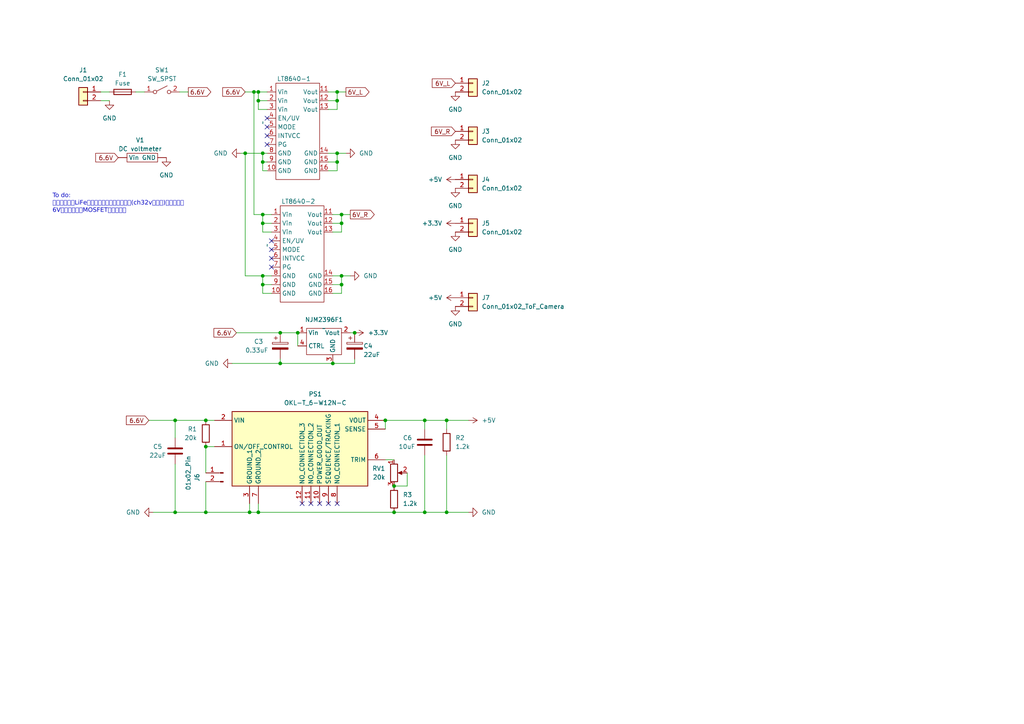
<source format=kicad_sch>
(kicad_sch (version 20230121) (generator eeschema)

  (uuid 4d08412c-c89a-4905-a13b-ee51b8755710)

  (paper "A4")

  (title_block
    (title "電源基板")
    (company "Koki")
  )

  (lib_symbols
    (symbol "Connector:Conn_01x02_Pin" (pin_names (offset 1.016) hide) (in_bom yes) (on_board yes)
      (property "Reference" "J" (at 0 2.54 0)
        (effects (font (size 1.27 1.27)))
      )
      (property "Value" "Conn_01x02_Pin" (at 0 -5.08 0)
        (effects (font (size 1.27 1.27)))
      )
      (property "Footprint" "" (at 0 0 0)
        (effects (font (size 1.27 1.27)) hide)
      )
      (property "Datasheet" "~" (at 0 0 0)
        (effects (font (size 1.27 1.27)) hide)
      )
      (property "ki_locked" "" (at 0 0 0)
        (effects (font (size 1.27 1.27)))
      )
      (property "ki_keywords" "connector" (at 0 0 0)
        (effects (font (size 1.27 1.27)) hide)
      )
      (property "ki_description" "Generic connector, single row, 01x02, script generated" (at 0 0 0)
        (effects (font (size 1.27 1.27)) hide)
      )
      (property "ki_fp_filters" "Connector*:*_1x??_*" (at 0 0 0)
        (effects (font (size 1.27 1.27)) hide)
      )
      (symbol "Conn_01x02_Pin_1_1"
        (polyline
          (pts
            (xy 1.27 -2.54)
            (xy 0.8636 -2.54)
          )
          (stroke (width 0.1524) (type default))
          (fill (type none))
        )
        (polyline
          (pts
            (xy 1.27 0)
            (xy 0.8636 0)
          )
          (stroke (width 0.1524) (type default))
          (fill (type none))
        )
        (rectangle (start 0.8636 -2.413) (end 0 -2.667)
          (stroke (width 0.1524) (type default))
          (fill (type outline))
        )
        (rectangle (start 0.8636 0.127) (end 0 -0.127)
          (stroke (width 0.1524) (type default))
          (fill (type outline))
        )
        (pin passive line (at 5.08 0 180) (length 3.81)
          (name "Pin_1" (effects (font (size 1.27 1.27))))
          (number "1" (effects (font (size 1.27 1.27))))
        )
        (pin passive line (at 5.08 -2.54 180) (length 3.81)
          (name "Pin_2" (effects (font (size 1.27 1.27))))
          (number "2" (effects (font (size 1.27 1.27))))
        )
      )
    )
    (symbol "Connector_Generic:Conn_01x02" (pin_names (offset 1.016) hide) (in_bom yes) (on_board yes)
      (property "Reference" "J" (at 0 2.54 0)
        (effects (font (size 1.27 1.27)))
      )
      (property "Value" "Conn_01x02" (at 0 -5.08 0)
        (effects (font (size 1.27 1.27)))
      )
      (property "Footprint" "" (at 0 0 0)
        (effects (font (size 1.27 1.27)) hide)
      )
      (property "Datasheet" "~" (at 0 0 0)
        (effects (font (size 1.27 1.27)) hide)
      )
      (property "ki_keywords" "connector" (at 0 0 0)
        (effects (font (size 1.27 1.27)) hide)
      )
      (property "ki_description" "Generic connector, single row, 01x02, script generated (kicad-library-utils/schlib/autogen/connector/)" (at 0 0 0)
        (effects (font (size 1.27 1.27)) hide)
      )
      (property "ki_fp_filters" "Connector*:*_1x??_*" (at 0 0 0)
        (effects (font (size 1.27 1.27)) hide)
      )
      (symbol "Conn_01x02_1_1"
        (rectangle (start -1.27 -2.413) (end 0 -2.667)
          (stroke (width 0.1524) (type default))
          (fill (type none))
        )
        (rectangle (start -1.27 0.127) (end 0 -0.127)
          (stroke (width 0.1524) (type default))
          (fill (type none))
        )
        (rectangle (start -1.27 1.27) (end 1.27 -3.81)
          (stroke (width 0.254) (type default))
          (fill (type background))
        )
        (pin passive line (at -5.08 0 0) (length 3.81)
          (name "Pin_1" (effects (font (size 1.27 1.27))))
          (number "1" (effects (font (size 1.27 1.27))))
        )
        (pin passive line (at -5.08 -2.54 0) (length 3.81)
          (name "Pin_2" (effects (font (size 1.27 1.27))))
          (number "2" (effects (font (size 1.27 1.27))))
        )
      )
    )
    (symbol "Device:C" (pin_numbers hide) (pin_names (offset 0.254)) (in_bom yes) (on_board yes)
      (property "Reference" "C" (at 0.635 2.54 0)
        (effects (font (size 1.27 1.27)) (justify left))
      )
      (property "Value" "C" (at 0.635 -2.54 0)
        (effects (font (size 1.27 1.27)) (justify left))
      )
      (property "Footprint" "" (at 0.9652 -3.81 0)
        (effects (font (size 1.27 1.27)) hide)
      )
      (property "Datasheet" "~" (at 0 0 0)
        (effects (font (size 1.27 1.27)) hide)
      )
      (property "ki_keywords" "cap capacitor" (at 0 0 0)
        (effects (font (size 1.27 1.27)) hide)
      )
      (property "ki_description" "Unpolarized capacitor" (at 0 0 0)
        (effects (font (size 1.27 1.27)) hide)
      )
      (property "ki_fp_filters" "C_*" (at 0 0 0)
        (effects (font (size 1.27 1.27)) hide)
      )
      (symbol "C_0_1"
        (polyline
          (pts
            (xy -2.032 -0.762)
            (xy 2.032 -0.762)
          )
          (stroke (width 0.508) (type default))
          (fill (type none))
        )
        (polyline
          (pts
            (xy -2.032 0.762)
            (xy 2.032 0.762)
          )
          (stroke (width 0.508) (type default))
          (fill (type none))
        )
      )
      (symbol "C_1_1"
        (pin passive line (at 0 3.81 270) (length 2.794)
          (name "~" (effects (font (size 1.27 1.27))))
          (number "1" (effects (font (size 1.27 1.27))))
        )
        (pin passive line (at 0 -3.81 90) (length 2.794)
          (name "~" (effects (font (size 1.27 1.27))))
          (number "2" (effects (font (size 1.27 1.27))))
        )
      )
    )
    (symbol "Device:C_Polarized" (pin_numbers hide) (pin_names (offset 0.254)) (in_bom yes) (on_board yes)
      (property "Reference" "C" (at 0.635 2.54 0)
        (effects (font (size 1.27 1.27)) (justify left))
      )
      (property "Value" "C_Polarized" (at 0.635 -2.54 0)
        (effects (font (size 1.27 1.27)) (justify left))
      )
      (property "Footprint" "" (at 0.9652 -3.81 0)
        (effects (font (size 1.27 1.27)) hide)
      )
      (property "Datasheet" "~" (at 0 0 0)
        (effects (font (size 1.27 1.27)) hide)
      )
      (property "ki_keywords" "cap capacitor" (at 0 0 0)
        (effects (font (size 1.27 1.27)) hide)
      )
      (property "ki_description" "Polarized capacitor" (at 0 0 0)
        (effects (font (size 1.27 1.27)) hide)
      )
      (property "ki_fp_filters" "CP_*" (at 0 0 0)
        (effects (font (size 1.27 1.27)) hide)
      )
      (symbol "C_Polarized_0_1"
        (rectangle (start -2.286 0.508) (end 2.286 1.016)
          (stroke (width 0) (type default))
          (fill (type none))
        )
        (polyline
          (pts
            (xy -1.778 2.286)
            (xy -0.762 2.286)
          )
          (stroke (width 0) (type default))
          (fill (type none))
        )
        (polyline
          (pts
            (xy -1.27 2.794)
            (xy -1.27 1.778)
          )
          (stroke (width 0) (type default))
          (fill (type none))
        )
        (rectangle (start 2.286 -0.508) (end -2.286 -1.016)
          (stroke (width 0) (type default))
          (fill (type outline))
        )
      )
      (symbol "C_Polarized_1_1"
        (pin passive line (at 0 3.81 270) (length 2.794)
          (name "~" (effects (font (size 1.27 1.27))))
          (number "1" (effects (font (size 1.27 1.27))))
        )
        (pin passive line (at 0 -3.81 90) (length 2.794)
          (name "~" (effects (font (size 1.27 1.27))))
          (number "2" (effects (font (size 1.27 1.27))))
        )
      )
    )
    (symbol "Device:Fuse" (pin_numbers hide) (pin_names (offset 0)) (in_bom yes) (on_board yes)
      (property "Reference" "F" (at 2.032 0 90)
        (effects (font (size 1.27 1.27)))
      )
      (property "Value" "Fuse" (at -1.905 0 90)
        (effects (font (size 1.27 1.27)))
      )
      (property "Footprint" "" (at -1.778 0 90)
        (effects (font (size 1.27 1.27)) hide)
      )
      (property "Datasheet" "~" (at 0 0 0)
        (effects (font (size 1.27 1.27)) hide)
      )
      (property "ki_keywords" "fuse" (at 0 0 0)
        (effects (font (size 1.27 1.27)) hide)
      )
      (property "ki_description" "Fuse" (at 0 0 0)
        (effects (font (size 1.27 1.27)) hide)
      )
      (property "ki_fp_filters" "*Fuse*" (at 0 0 0)
        (effects (font (size 1.27 1.27)) hide)
      )
      (symbol "Fuse_0_1"
        (rectangle (start -0.762 -2.54) (end 0.762 2.54)
          (stroke (width 0.254) (type default))
          (fill (type none))
        )
        (polyline
          (pts
            (xy 0 2.54)
            (xy 0 -2.54)
          )
          (stroke (width 0) (type default))
          (fill (type none))
        )
      )
      (symbol "Fuse_1_1"
        (pin passive line (at 0 3.81 270) (length 1.27)
          (name "~" (effects (font (size 1.27 1.27))))
          (number "1" (effects (font (size 1.27 1.27))))
        )
        (pin passive line (at 0 -3.81 90) (length 1.27)
          (name "~" (effects (font (size 1.27 1.27))))
          (number "2" (effects (font (size 1.27 1.27))))
        )
      )
    )
    (symbol "Device:R" (pin_numbers hide) (pin_names (offset 0)) (in_bom yes) (on_board yes)
      (property "Reference" "R" (at 2.032 0 90)
        (effects (font (size 1.27 1.27)))
      )
      (property "Value" "R" (at 0 0 90)
        (effects (font (size 1.27 1.27)))
      )
      (property "Footprint" "" (at -1.778 0 90)
        (effects (font (size 1.27 1.27)) hide)
      )
      (property "Datasheet" "~" (at 0 0 0)
        (effects (font (size 1.27 1.27)) hide)
      )
      (property "ki_keywords" "R res resistor" (at 0 0 0)
        (effects (font (size 1.27 1.27)) hide)
      )
      (property "ki_description" "Resistor" (at 0 0 0)
        (effects (font (size 1.27 1.27)) hide)
      )
      (property "ki_fp_filters" "R_*" (at 0 0 0)
        (effects (font (size 1.27 1.27)) hide)
      )
      (symbol "R_0_1"
        (rectangle (start -1.016 -2.54) (end 1.016 2.54)
          (stroke (width 0.254) (type default))
          (fill (type none))
        )
      )
      (symbol "R_1_1"
        (pin passive line (at 0 3.81 270) (length 1.27)
          (name "~" (effects (font (size 1.27 1.27))))
          (number "1" (effects (font (size 1.27 1.27))))
        )
        (pin passive line (at 0 -3.81 90) (length 1.27)
          (name "~" (effects (font (size 1.27 1.27))))
          (number "2" (effects (font (size 1.27 1.27))))
        )
      )
    )
    (symbol "Device:R_Potentiometer" (pin_names (offset 1.016) hide) (in_bom yes) (on_board yes)
      (property "Reference" "RV" (at -4.445 0 90)
        (effects (font (size 1.27 1.27)))
      )
      (property "Value" "R_Potentiometer" (at -2.54 0 90)
        (effects (font (size 1.27 1.27)))
      )
      (property "Footprint" "" (at 0 0 0)
        (effects (font (size 1.27 1.27)) hide)
      )
      (property "Datasheet" "~" (at 0 0 0)
        (effects (font (size 1.27 1.27)) hide)
      )
      (property "ki_keywords" "resistor variable" (at 0 0 0)
        (effects (font (size 1.27 1.27)) hide)
      )
      (property "ki_description" "Potentiometer" (at 0 0 0)
        (effects (font (size 1.27 1.27)) hide)
      )
      (property "ki_fp_filters" "Potentiometer*" (at 0 0 0)
        (effects (font (size 1.27 1.27)) hide)
      )
      (symbol "R_Potentiometer_0_1"
        (polyline
          (pts
            (xy 2.54 0)
            (xy 1.524 0)
          )
          (stroke (width 0) (type default))
          (fill (type none))
        )
        (polyline
          (pts
            (xy 1.143 0)
            (xy 2.286 0.508)
            (xy 2.286 -0.508)
            (xy 1.143 0)
          )
          (stroke (width 0) (type default))
          (fill (type outline))
        )
        (rectangle (start 1.016 2.54) (end -1.016 -2.54)
          (stroke (width 0.254) (type default))
          (fill (type none))
        )
      )
      (symbol "R_Potentiometer_1_1"
        (pin passive line (at 0 3.81 270) (length 1.27)
          (name "1" (effects (font (size 1.27 1.27))))
          (number "1" (effects (font (size 1.27 1.27))))
        )
        (pin passive line (at 3.81 0 180) (length 1.27)
          (name "2" (effects (font (size 1.27 1.27))))
          (number "2" (effects (font (size 1.27 1.27))))
        )
        (pin passive line (at 0 -3.81 90) (length 1.27)
          (name "3" (effects (font (size 1.27 1.27))))
          (number "3" (effects (font (size 1.27 1.27))))
        )
      )
    )
    (symbol "LT8640:LT8640" (in_bom yes) (on_board yes)
      (property "Reference" "LT8640" (at 0 5.08 0)
        (effects (font (size 1.27 1.27)))
      )
      (property "Value" "" (at 2.54 0 0)
        (effects (font (size 1.27 1.27)))
      )
      (property "Footprint" "" (at 2.54 0 0)
        (effects (font (size 1.27 1.27)) hide)
      )
      (property "Datasheet" "" (at 2.54 0 0)
        (effects (font (size 1.27 1.27)) hide)
      )
      (symbol "LT8640_0_1"
        (rectangle (start -13.97 -3.81) (end 13.97 -16.51)
          (stroke (width 0) (type default))
          (fill (type none))
        )
      )
      (symbol "LT8640_1_1"
        (pin input line (at 11.43 -1.27 270) (length 2.54)
          (name "Vin" (effects (font (size 1.27 1.27))))
          (number "1" (effects (font (size 1.27 1.27))))
        )
        (pin passive line (at -11.43 -1.27 270) (length 2.54)
          (name "GND" (effects (font (size 1.27 1.27))))
          (number "10" (effects (font (size 1.27 1.27))))
        )
        (pin output line (at 11.43 -19.05 90) (length 2.54)
          (name "Vout" (effects (font (size 1.27 1.27))))
          (number "11" (effects (font (size 1.27 1.27))))
        )
        (pin output line (at 8.89 -19.05 90) (length 2.54)
          (name "Vout" (effects (font (size 1.27 1.27))))
          (number "12" (effects (font (size 1.27 1.27))))
        )
        (pin output line (at 6.35 -19.05 90) (length 2.54)
          (name "Vout" (effects (font (size 1.27 1.27))))
          (number "13" (effects (font (size 1.27 1.27))))
        )
        (pin passive line (at -6.35 -19.05 90) (length 2.54)
          (name "GND" (effects (font (size 1.27 1.27))))
          (number "14" (effects (font (size 1.27 1.27))))
        )
        (pin passive line (at -8.89 -19.05 90) (length 2.54)
          (name "GND" (effects (font (size 1.27 1.27))))
          (number "15" (effects (font (size 1.27 1.27))))
        )
        (pin passive line (at -11.43 -19.05 90) (length 2.54)
          (name "GND" (effects (font (size 1.27 1.27))))
          (number "16" (effects (font (size 1.27 1.27))))
        )
        (pin input line (at 8.89 -1.27 270) (length 2.54)
          (name "Vin" (effects (font (size 1.27 1.27))))
          (number "2" (effects (font (size 1.27 1.27))))
        )
        (pin input line (at 6.35 -1.27 270) (length 2.54)
          (name "Vin" (effects (font (size 1.27 1.27))))
          (number "3" (effects (font (size 1.27 1.27))))
        )
        (pin passive line (at 3.81 -1.27 270) (length 2.54)
          (name "EN/UV" (effects (font (size 1.27 1.27))))
          (number "4" (effects (font (size 1.27 1.27))))
        )
        (pin passive line (at 1.27 -1.27 270) (length 2.54)
          (name "MODE" (effects (font (size 1.27 1.27))))
          (number "5" (effects (font (size 1.27 1.27))))
        )
        (pin passive line (at -1.27 -1.27 270) (length 2.54)
          (name "INTVCC" (effects (font (size 1.27 1.27))))
          (number "6" (effects (font (size 1.27 1.27))))
        )
        (pin passive line (at -3.81 -1.27 270) (length 2.54)
          (name "PG" (effects (font (size 1.27 1.27))))
          (number "7" (effects (font (size 1.27 1.27))))
        )
        (pin passive line (at -6.35 -1.27 270) (length 2.54)
          (name "GND" (effects (font (size 1.27 1.27))))
          (number "8" (effects (font (size 1.27 1.27))))
        )
        (pin passive line (at -8.89 -1.27 270) (length 2.54)
          (name "GND" (effects (font (size 1.27 1.27))))
          (number "9" (effects (font (size 1.27 1.27))))
        )
      )
    )
    (symbol "NJM2396F05:NJM2396F05" (in_bom yes) (on_board yes)
      (property "Reference" "NJM2396F05" (at 0 2.54 0)
        (effects (font (size 1.27 1.27)))
      )
      (property "Value" "" (at 0 0 0)
        (effects (font (size 1.27 1.27)))
      )
      (property "Footprint" "" (at 0 0 0)
        (effects (font (size 1.27 1.27)) hide)
      )
      (property "Datasheet" "" (at 0 0 0)
        (effects (font (size 1.27 1.27)) hide)
      )
      (symbol "NJM2396F05_0_1"
        (rectangle (start -5.08 0) (end 5.08 -7.62)
          (stroke (width 0) (type default))
          (fill (type none))
        )
      )
      (symbol "NJM2396F05_1_1"
        (pin power_in line (at -7.62 -1.27 0) (length 2.54)
          (name "Vin" (effects (font (size 1.27 1.27))))
          (number "1" (effects (font (size 1.27 1.27))))
        )
        (pin power_out line (at 7.62 -1.27 180) (length 2.54)
          (name "Vout" (effects (font (size 1.27 1.27))))
          (number "2" (effects (font (size 1.27 1.27))))
        )
        (pin passive line (at 2.54 -10.16 90) (length 2.54)
          (name "GND" (effects (font (size 1.27 1.27))))
          (number "3" (effects (font (size 1.27 1.27))))
        )
        (pin passive line (at -7.62 -5.08 0) (length 2.54)
          (name "CTRL" (effects (font (size 1.27 1.27))))
          (number "4" (effects (font (size 1.27 1.27))))
        )
      )
    )
    (symbol "OKL-T_6-W12N-C:OKL-T_6-W12N-C" (in_bom yes) (on_board yes)
      (property "Reference" "PS1" (at 29.21 7.62 0)
        (effects (font (size 1.27 1.27)))
      )
      (property "Value" "OKL-T_6-W12N-C" (at 29.21 5.08 0)
        (effects (font (size 1.27 1.27)))
      )
      (property "Footprint" "OKLT6W12NC" (at 54.61 -94.92 0)
        (effects (font (size 1.27 1.27)) (justify left top) hide)
      )
      (property "Datasheet" "https://componentsearchengine.com/Datasheets/2/OKL-T_6-W12N-C.pdf" (at 54.61 -194.92 0)
        (effects (font (size 1.27 1.27)) (justify left top) hide)
      )
      (property "Height" "7.2" (at 54.61 -394.92 0)
        (effects (font (size 1.27 1.27)) (justify left top) hide)
      )
      (property "Manufacturer_Name" "Murata Electronics" (at 54.61 -494.92 0)
        (effects (font (size 1.27 1.27)) (justify left top) hide)
      )
      (property "Manufacturer_Part_Number" "OKL-T/6-W12N-C" (at 54.61 -594.92 0)
        (effects (font (size 1.27 1.27)) (justify left top) hide)
      )
      (property "Mouser Part Number" "580-OKL-T/6-W12N-C" (at 54.61 -694.92 0)
        (effects (font (size 1.27 1.27)) (justify left top) hide)
      )
      (property "Mouser Price/Stock" "https://www.mouser.co.uk/ProductDetail/Murata-Power-Solutions/OKL-T-6-W12N-C?qs=b1CvEdhOXIYZVD7gV2R3gw%3D%3D" (at 54.61 -794.92 0)
        (effects (font (size 1.27 1.27)) (justify left top) hide)
      )
      (property "Arrow Part Number" "OKL-T/6-W12N-C" (at 54.61 -894.92 0)
        (effects (font (size 1.27 1.27)) (justify left top) hide)
      )
      (property "Arrow Price/Stock" "https://www.arrow.com/en/products/okl-t6-w12n-c/murata-power-solutions?region=nac" (at 54.61 -994.92 0)
        (effects (font (size 1.27 1.27)) (justify left top) hide)
      )
      (property "ki_description" "Non-Isolated DC/DC Converters 12Vin .59-5.5Vout 6A 30W Neg Polarity" (at 0 0 0)
        (effects (font (size 1.27 1.27)) hide)
      )
      (symbol "OKL-T_6-W12N-C_1_1"
        (rectangle (start 5.08 2.54) (end 44.45 -19.05)
          (stroke (width 0.254) (type default))
          (fill (type background))
        )
        (pin passive line (at 0 -7.62 0) (length 5.08)
          (name "ON/OFF_CONTROL" (effects (font (size 1.27 1.27))))
          (number "1" (effects (font (size 1.27 1.27))))
        )
        (pin passive line (at 30.48 -24.13 90) (length 5.08)
          (name "POWER_GOOD_OUT" (effects (font (size 1.27 1.27))))
          (number "10" (effects (font (size 1.27 1.27))))
        )
        (pin passive line (at 27.94 -24.13 90) (length 5.08)
          (name "NO_CONNECTION_2" (effects (font (size 1.27 1.27))))
          (number "11" (effects (font (size 1.27 1.27))))
        )
        (pin passive line (at 25.4 -24.13 90) (length 5.08)
          (name "NO_CONNECTION_3" (effects (font (size 1.27 1.27))))
          (number "12" (effects (font (size 1.27 1.27))))
        )
        (pin passive line (at 0 0 0) (length 5.08)
          (name "VIN" (effects (font (size 1.27 1.27))))
          (number "2" (effects (font (size 1.27 1.27))))
        )
        (pin passive line (at 10.16 -24.13 90) (length 5.08)
          (name "GROUND_1" (effects (font (size 1.27 1.27))))
          (number "3" (effects (font (size 1.27 1.27))))
        )
        (pin passive line (at 49.53 0 180) (length 5.08)
          (name "VOUT" (effects (font (size 1.27 1.27))))
          (number "4" (effects (font (size 1.27 1.27))))
        )
        (pin passive line (at 49.53 -2.54 180) (length 5.08)
          (name "SENSE" (effects (font (size 1.27 1.27))))
          (number "5" (effects (font (size 1.27 1.27))))
        )
        (pin passive line (at 49.53 -11.43 180) (length 5.08)
          (name "TRIM" (effects (font (size 1.27 1.27))))
          (number "6" (effects (font (size 1.27 1.27))))
        )
        (pin passive line (at 12.7 -24.13 90) (length 5.08)
          (name "GROUND_2" (effects (font (size 1.27 1.27))))
          (number "7" (effects (font (size 1.27 1.27))))
        )
        (pin passive line (at 35.56 -24.13 90) (length 5.08)
          (name "NO_CONNECTION_1" (effects (font (size 1.27 1.27))))
          (number "8" (effects (font (size 1.27 1.27))))
        )
        (pin passive line (at 33.02 -24.13 90) (length 5.08)
          (name "SEQUENCE/TRACKING" (effects (font (size 1.27 1.27))))
          (number "9" (effects (font (size 1.27 1.27))))
        )
      )
    )
    (symbol "Switch:SW_SPST" (pin_names (offset 0) hide) (in_bom yes) (on_board yes)
      (property "Reference" "SW" (at 0 3.175 0)
        (effects (font (size 1.27 1.27)))
      )
      (property "Value" "SW_SPST" (at 0 -2.54 0)
        (effects (font (size 1.27 1.27)))
      )
      (property "Footprint" "" (at 0 0 0)
        (effects (font (size 1.27 1.27)) hide)
      )
      (property "Datasheet" "~" (at 0 0 0)
        (effects (font (size 1.27 1.27)) hide)
      )
      (property "ki_keywords" "switch lever" (at 0 0 0)
        (effects (font (size 1.27 1.27)) hide)
      )
      (property "ki_description" "Single Pole Single Throw (SPST) switch" (at 0 0 0)
        (effects (font (size 1.27 1.27)) hide)
      )
      (symbol "SW_SPST_0_0"
        (circle (center -2.032 0) (radius 0.508)
          (stroke (width 0) (type default))
          (fill (type none))
        )
        (polyline
          (pts
            (xy -1.524 0.254)
            (xy 1.524 1.778)
          )
          (stroke (width 0) (type default))
          (fill (type none))
        )
        (circle (center 2.032 0) (radius 0.508)
          (stroke (width 0) (type default))
          (fill (type none))
        )
      )
      (symbol "SW_SPST_1_1"
        (pin passive line (at -5.08 0 0) (length 2.54)
          (name "A" (effects (font (size 1.27 1.27))))
          (number "1" (effects (font (size 1.27 1.27))))
        )
        (pin passive line (at 5.08 0 180) (length 2.54)
          (name "B" (effects (font (size 1.27 1.27))))
          (number "2" (effects (font (size 1.27 1.27))))
        )
      )
    )
    (symbol "koki:DC_voltmeter" (in_bom yes) (on_board yes)
      (property "Reference" "V" (at 2.54 1.27 0)
        (effects (font (size 1.27 1.27)))
      )
      (property "Value" "" (at 0 0 0)
        (effects (font (size 1.27 1.27)))
      )
      (property "Footprint" "" (at 0 0 0)
        (effects (font (size 1.27 1.27)) hide)
      )
      (property "Datasheet" "" (at 0 0 0)
        (effects (font (size 1.27 1.27)) hide)
      )
      (symbol "DC_voltmeter_0_1"
        (rectangle (start -1.27 0) (end 7.62 -2.54)
          (stroke (width 0) (type default))
          (fill (type none))
        )
      )
      (symbol "DC_voltmeter_1_1"
        (pin passive line (at 10.16 -1.27 180) (length 2.54)
          (name "GND" (effects (font (size 1.27 1.27))))
          (number "" (effects (font (size 1.27 1.27))))
        )
        (pin power_in line (at -3.81 -1.27 0) (length 2.54)
          (name "Vin" (effects (font (size 1.27 1.27))))
          (number "" (effects (font (size 1.27 1.27))))
        )
      )
    )
    (symbol "power:+3.3V" (power) (pin_names (offset 0)) (in_bom yes) (on_board yes)
      (property "Reference" "#PWR" (at 0 -3.81 0)
        (effects (font (size 1.27 1.27)) hide)
      )
      (property "Value" "+3.3V" (at 0 3.556 0)
        (effects (font (size 1.27 1.27)))
      )
      (property "Footprint" "" (at 0 0 0)
        (effects (font (size 1.27 1.27)) hide)
      )
      (property "Datasheet" "" (at 0 0 0)
        (effects (font (size 1.27 1.27)) hide)
      )
      (property "ki_keywords" "global power" (at 0 0 0)
        (effects (font (size 1.27 1.27)) hide)
      )
      (property "ki_description" "Power symbol creates a global label with name \"+3.3V\"" (at 0 0 0)
        (effects (font (size 1.27 1.27)) hide)
      )
      (symbol "+3.3V_0_1"
        (polyline
          (pts
            (xy -0.762 1.27)
            (xy 0 2.54)
          )
          (stroke (width 0) (type default))
          (fill (type none))
        )
        (polyline
          (pts
            (xy 0 0)
            (xy 0 2.54)
          )
          (stroke (width 0) (type default))
          (fill (type none))
        )
        (polyline
          (pts
            (xy 0 2.54)
            (xy 0.762 1.27)
          )
          (stroke (width 0) (type default))
          (fill (type none))
        )
      )
      (symbol "+3.3V_1_1"
        (pin power_in line (at 0 0 90) (length 0) hide
          (name "+3.3V" (effects (font (size 1.27 1.27))))
          (number "1" (effects (font (size 1.27 1.27))))
        )
      )
    )
    (symbol "power:+5V" (power) (pin_names (offset 0)) (in_bom yes) (on_board yes)
      (property "Reference" "#PWR" (at 0 -3.81 0)
        (effects (font (size 1.27 1.27)) hide)
      )
      (property "Value" "+5V" (at 0 3.556 0)
        (effects (font (size 1.27 1.27)))
      )
      (property "Footprint" "" (at 0 0 0)
        (effects (font (size 1.27 1.27)) hide)
      )
      (property "Datasheet" "" (at 0 0 0)
        (effects (font (size 1.27 1.27)) hide)
      )
      (property "ki_keywords" "global power" (at 0 0 0)
        (effects (font (size 1.27 1.27)) hide)
      )
      (property "ki_description" "Power symbol creates a global label with name \"+5V\"" (at 0 0 0)
        (effects (font (size 1.27 1.27)) hide)
      )
      (symbol "+5V_0_1"
        (polyline
          (pts
            (xy -0.762 1.27)
            (xy 0 2.54)
          )
          (stroke (width 0) (type default))
          (fill (type none))
        )
        (polyline
          (pts
            (xy 0 0)
            (xy 0 2.54)
          )
          (stroke (width 0) (type default))
          (fill (type none))
        )
        (polyline
          (pts
            (xy 0 2.54)
            (xy 0.762 1.27)
          )
          (stroke (width 0) (type default))
          (fill (type none))
        )
      )
      (symbol "+5V_1_1"
        (pin power_in line (at 0 0 90) (length 0) hide
          (name "+5V" (effects (font (size 1.27 1.27))))
          (number "1" (effects (font (size 1.27 1.27))))
        )
      )
    )
    (symbol "power:GND" (power) (pin_names (offset 0)) (in_bom yes) (on_board yes)
      (property "Reference" "#PWR" (at 0 -6.35 0)
        (effects (font (size 1.27 1.27)) hide)
      )
      (property "Value" "GND" (at 0 -3.81 0)
        (effects (font (size 1.27 1.27)))
      )
      (property "Footprint" "" (at 0 0 0)
        (effects (font (size 1.27 1.27)) hide)
      )
      (property "Datasheet" "" (at 0 0 0)
        (effects (font (size 1.27 1.27)) hide)
      )
      (property "ki_keywords" "global power" (at 0 0 0)
        (effects (font (size 1.27 1.27)) hide)
      )
      (property "ki_description" "Power symbol creates a global label with name \"GND\" , ground" (at 0 0 0)
        (effects (font (size 1.27 1.27)) hide)
      )
      (symbol "GND_0_1"
        (polyline
          (pts
            (xy 0 0)
            (xy 0 -1.27)
            (xy 1.27 -1.27)
            (xy 0 -2.54)
            (xy -1.27 -1.27)
            (xy 0 -1.27)
          )
          (stroke (width 0) (type default))
          (fill (type none))
        )
      )
      (symbol "GND_1_1"
        (pin power_in line (at 0 0 270) (length 0) hide
          (name "GND" (effects (font (size 1.27 1.27))))
          (number "1" (effects (font (size 1.27 1.27))))
        )
      )
    )
  )

  (junction (at 76.2 62.23) (diameter 0) (color 0 0 0 0)
    (uuid 00731423-0e73-4113-9918-fec284d82f26)
  )
  (junction (at 50.8 121.92) (diameter 0) (color 0 0 0 0)
    (uuid 017cb580-bf9b-4e17-bf16-ab3315821767)
  )
  (junction (at 73.66 26.67) (diameter 0) (color 0 0 0 0)
    (uuid 04a88a63-d4f6-4b22-8867-43494a29d77f)
  )
  (junction (at 50.8 148.59) (diameter 0) (color 0 0 0 0)
    (uuid 0960f5bf-02e9-4cf8-b1ce-cca337554de7)
  )
  (junction (at 123.19 121.92) (diameter 0) (color 0 0 0 0)
    (uuid 0b9c058c-4fa9-4799-9981-47fcf0649cbf)
  )
  (junction (at 96.52 105.41) (diameter 0) (color 0 0 0 0)
    (uuid 100decbb-3566-4989-97da-5e483a577f48)
  )
  (junction (at 86.36 96.52) (diameter 0) (color 0 0 0 0)
    (uuid 1db968d8-b8e4-4ef3-bf2a-33ef4dafdfbc)
  )
  (junction (at 76.2 64.77) (diameter 0) (color 0 0 0 0)
    (uuid 20e05485-cdba-4a59-804c-ffeac03fadcb)
  )
  (junction (at 71.12 44.45) (diameter 0) (color 0 0 0 0)
    (uuid 270ddf64-760b-4287-82e9-f4ec44c0e282)
  )
  (junction (at 74.93 26.67) (diameter 0) (color 0 0 0 0)
    (uuid 30f13349-7690-47dc-89d4-de982513d59c)
  )
  (junction (at 59.69 121.92) (diameter 0) (color 0 0 0 0)
    (uuid 34cfa170-710c-4640-9d90-b11da4abb0ef)
  )
  (junction (at 111.76 121.92) (diameter 0) (color 0 0 0 0)
    (uuid 3a8fe87e-7017-4cc0-92d8-c096d45544eb)
  )
  (junction (at 99.06 62.23) (diameter 0) (color 0 0 0 0)
    (uuid 3cd3f2b3-7f12-48f7-8e1d-7e41cd9217a1)
  )
  (junction (at 59.69 148.59) (diameter 0) (color 0 0 0 0)
    (uuid 451590b5-3764-4c48-81e8-4f0f97beccbd)
  )
  (junction (at 99.06 82.55) (diameter 0) (color 0 0 0 0)
    (uuid 5b31d57c-3c45-404b-9aa3-ab9253567db1)
  )
  (junction (at 74.93 148.59) (diameter 0) (color 0 0 0 0)
    (uuid 65291bf4-1c2d-4ae3-b52e-6051d8d09c34)
  )
  (junction (at 99.06 64.77) (diameter 0) (color 0 0 0 0)
    (uuid 6b5fbe49-b376-4e01-9e6a-83fe4f9c782b)
  )
  (junction (at 76.2 46.99) (diameter 0) (color 0 0 0 0)
    (uuid 6bd24739-bd73-47c2-b6e1-c5a425b3d25b)
  )
  (junction (at 76.2 82.55) (diameter 0) (color 0 0 0 0)
    (uuid 7a2ab271-80f5-44e4-a5e0-832a05018d4d)
  )
  (junction (at 97.79 44.45) (diameter 0) (color 0 0 0 0)
    (uuid 843014d7-651f-4b4f-81b0-33547d07040e)
  )
  (junction (at 74.93 29.21) (diameter 0) (color 0 0 0 0)
    (uuid 8e1b423e-3ef5-49e3-ba1c-1865bdc75571)
  )
  (junction (at 76.2 44.45) (diameter 0) (color 0 0 0 0)
    (uuid 985ffa54-8aad-4646-bc44-cee733be0d38)
  )
  (junction (at 129.54 148.59) (diameter 0) (color 0 0 0 0)
    (uuid 9a8bec73-5b5e-4950-9617-59d52bdb040b)
  )
  (junction (at 97.79 29.21) (diameter 0) (color 0 0 0 0)
    (uuid 9b4ab48c-b151-46f0-a5d9-6ca7a4c75598)
  )
  (junction (at 99.06 80.01) (diameter 0) (color 0 0 0 0)
    (uuid 9f59d577-2a32-4489-b50f-46ee51966340)
  )
  (junction (at 123.19 148.59) (diameter 0) (color 0 0 0 0)
    (uuid b1bdcfca-961a-4109-8fb8-2020f342de53)
  )
  (junction (at 97.79 46.99) (diameter 0) (color 0 0 0 0)
    (uuid b319c33f-e55f-463a-93e0-f25029c624f7)
  )
  (junction (at 97.79 26.67) (diameter 0) (color 0 0 0 0)
    (uuid d3323552-201e-486e-9bcc-865450557426)
  )
  (junction (at 129.54 121.92) (diameter 0) (color 0 0 0 0)
    (uuid ded08d51-39aa-4369-8f9c-5cacf464f7af)
  )
  (junction (at 59.69 129.54) (diameter 0) (color 0 0 0 0)
    (uuid def05dd7-86b6-4487-a3ab-397bc18df04d)
  )
  (junction (at 102.87 96.52) (diameter 0) (color 0 0 0 0)
    (uuid e00e981b-0306-4ac5-8c49-b5efd101d689)
  )
  (junction (at 114.3 148.59) (diameter 0) (color 0 0 0 0)
    (uuid ee81adb0-e1d8-4079-aa50-9d799bb25523)
  )
  (junction (at 72.39 148.59) (diameter 0) (color 0 0 0 0)
    (uuid f217ff48-2962-4958-ac94-a338f4b12c51)
  )
  (junction (at 76.2 80.01) (diameter 0) (color 0 0 0 0)
    (uuid f68d8da4-c72f-4949-86eb-cb0f8c89323a)
  )
  (junction (at 81.28 96.52) (diameter 0) (color 0 0 0 0)
    (uuid f872df18-d665-4e4b-85c7-12ce79336ff2)
  )
  (junction (at 81.28 105.41) (diameter 0) (color 0 0 0 0)
    (uuid fad99723-804d-4924-b0df-d5769984b360)
  )
  (junction (at 114.3 140.97) (diameter 0) (color 0 0 0 0)
    (uuid fb2915e4-e538-48c3-8e13-4efe2484847b)
  )

  (no_connect (at 97.79 146.05) (uuid 2e254070-78da-4040-82bd-096873489ab0))
  (no_connect (at 77.47 34.29) (uuid 30891c46-2ef5-4441-8a0f-99d3c0518fb0))
  (no_connect (at 77.47 39.37) (uuid 4f3e20ce-9249-4fb8-bcd6-8142687a8beb))
  (no_connect (at 90.17 146.05) (uuid 6033c3ac-b4e1-4da9-875a-f89b16e12719))
  (no_connect (at 78.74 72.39) (uuid 639b42a5-4d05-447b-aca2-fc355db2c195))
  (no_connect (at 77.47 41.91) (uuid 64d73257-afec-4f16-93e7-2b37a85a1a20))
  (no_connect (at 77.47 36.83) (uuid 68a8d072-a64c-4ed2-8ae5-feb37d5e0b59))
  (no_connect (at 92.71 146.05) (uuid 6a4fa15f-bc9d-4f03-82c1-4bcc212d8e51))
  (no_connect (at 95.25 146.05) (uuid 94d5cddb-2623-4391-b5a6-794996a4d010))
  (no_connect (at 78.74 77.47) (uuid b4ad1b2e-0d46-4b86-904d-e4f2ce122222))
  (no_connect (at 87.63 146.05) (uuid bdfa0317-a1bb-4d11-92df-de55ab947c13))
  (no_connect (at 78.74 74.93) (uuid df47a687-f263-4f8d-b636-0bda32db3503))
  (no_connect (at 78.74 69.85) (uuid e5fdb767-0573-4544-aa78-133adc20a9af))

  (wire (pts (xy 96.52 64.77) (xy 99.06 64.77))
    (stroke (width 0) (type default))
    (uuid 01dafa67-c9bb-45a9-a96e-c573c94c9ea3)
  )
  (wire (pts (xy 123.19 132.08) (xy 123.19 148.59))
    (stroke (width 0) (type default))
    (uuid 05628776-764a-4a2c-8fa1-570fd6ddb693)
  )
  (wire (pts (xy 97.79 44.45) (xy 100.33 44.45))
    (stroke (width 0) (type default))
    (uuid 0575e6b2-7ed5-49ca-8478-a951ea174e4c)
  )
  (wire (pts (xy 59.69 129.54) (xy 62.23 129.54))
    (stroke (width 0) (type default))
    (uuid 06f222e6-9a88-4aaa-98ca-9817b25c60a3)
  )
  (wire (pts (xy 72.39 148.59) (xy 59.69 148.59))
    (stroke (width 0) (type default))
    (uuid 0df0e18f-5f74-4ec6-9b20-8dc549b1c2fc)
  )
  (wire (pts (xy 129.54 121.92) (xy 135.89 121.92))
    (stroke (width 0) (type default))
    (uuid 0f6933ff-4f1a-471a-b464-2a4ca89fcb1d)
  )
  (wire (pts (xy 102.87 105.41) (xy 96.52 105.41))
    (stroke (width 0) (type default))
    (uuid 103812af-1320-4604-a473-e1c63d8dde11)
  )
  (wire (pts (xy 86.36 96.52) (xy 86.36 100.33))
    (stroke (width 0) (type default))
    (uuid 1316d695-a08a-4b7e-af74-3113ac64395a)
  )
  (wire (pts (xy 96.52 85.09) (xy 99.06 85.09))
    (stroke (width 0) (type default))
    (uuid 1451aea4-4dd0-43ff-8f3f-d1fb643c9ca2)
  )
  (wire (pts (xy 77.47 49.53) (xy 76.2 49.53))
    (stroke (width 0) (type default))
    (uuid 1594fd78-8348-4441-ab83-a65ae1d97606)
  )
  (wire (pts (xy 74.93 148.59) (xy 72.39 148.59))
    (stroke (width 0) (type default))
    (uuid 1783bfbe-74b6-42c4-a4fb-26f36d2390dd)
  )
  (wire (pts (xy 97.79 26.67) (xy 100.33 26.67))
    (stroke (width 0) (type default))
    (uuid 1a11ef8f-e144-4e51-92dd-73185b37e41c)
  )
  (wire (pts (xy 50.8 134.62) (xy 50.8 148.59))
    (stroke (width 0) (type default))
    (uuid 1fd189ef-722f-42d6-9192-bb4972d321d7)
  )
  (wire (pts (xy 29.21 26.67) (xy 31.75 26.67))
    (stroke (width 0) (type default))
    (uuid 1fe752a6-f10d-4d2d-be24-4dd147e82383)
  )
  (wire (pts (xy 72.39 146.05) (xy 72.39 148.59))
    (stroke (width 0) (type default))
    (uuid 2323185b-6754-4c5f-b3b7-2f52c878bcd0)
  )
  (wire (pts (xy 67.31 105.41) (xy 81.28 105.41))
    (stroke (width 0) (type default))
    (uuid 269abbd4-c624-4be4-b070-0b39d434cad6)
  )
  (wire (pts (xy 95.25 44.45) (xy 97.79 44.45))
    (stroke (width 0) (type default))
    (uuid 2931b4ec-f943-45aa-a450-594d85183924)
  )
  (wire (pts (xy 129.54 121.92) (xy 129.54 124.46))
    (stroke (width 0) (type default))
    (uuid 29d29c6d-ede6-4142-a966-2c1b4d06e5a9)
  )
  (wire (pts (xy 68.58 96.52) (xy 81.28 96.52))
    (stroke (width 0) (type default))
    (uuid 2b68a019-4c37-4759-9a4b-7bf148ef253b)
  )
  (wire (pts (xy 95.25 31.75) (xy 97.79 31.75))
    (stroke (width 0) (type default))
    (uuid 2b7878c3-4af1-459e-8e33-9fc3ab90b440)
  )
  (wire (pts (xy 69.85 44.45) (xy 71.12 44.45))
    (stroke (width 0) (type default))
    (uuid 2dfbf53b-3541-46b1-b10e-fcc3edf3f4ab)
  )
  (wire (pts (xy 111.76 133.35) (xy 114.3 133.35))
    (stroke (width 0) (type default))
    (uuid 31d2ae74-ad42-401c-923b-4c91584a2d19)
  )
  (wire (pts (xy 71.12 26.67) (xy 73.66 26.67))
    (stroke (width 0) (type default))
    (uuid 33fd9c8d-cd43-48fb-875e-ab47ba26e718)
  )
  (wire (pts (xy 43.18 121.92) (xy 50.8 121.92))
    (stroke (width 0) (type default))
    (uuid 378612cf-3615-4492-a631-ad39fe675571)
  )
  (wire (pts (xy 76.2 46.99) (xy 76.2 44.45))
    (stroke (width 0) (type default))
    (uuid 3c785415-c8a9-411d-a3a5-d61242c9f3e0)
  )
  (wire (pts (xy 59.69 148.59) (xy 50.8 148.59))
    (stroke (width 0) (type default))
    (uuid 3e67143e-d001-49d6-8e00-c105335b47de)
  )
  (wire (pts (xy 114.3 140.97) (xy 118.11 140.97))
    (stroke (width 0) (type default))
    (uuid 4142b251-f4d3-4dae-9cf5-229f19065073)
  )
  (wire (pts (xy 77.47 46.99) (xy 76.2 46.99))
    (stroke (width 0) (type default))
    (uuid 471b1b9d-46c1-464c-9185-1d46fc690571)
  )
  (wire (pts (xy 73.66 26.67) (xy 74.93 26.67))
    (stroke (width 0) (type default))
    (uuid 478dc611-5563-4cc4-80b3-1ee33bf3ce45)
  )
  (wire (pts (xy 29.21 29.21) (xy 31.75 29.21))
    (stroke (width 0) (type default))
    (uuid 4ced3577-931f-409d-8d84-c570271e49c2)
  )
  (wire (pts (xy 96.52 62.23) (xy 99.06 62.23))
    (stroke (width 0) (type default))
    (uuid 4df6641a-b523-47a9-88b4-d97cd7d696f7)
  )
  (wire (pts (xy 59.69 121.92) (xy 62.23 121.92))
    (stroke (width 0) (type default))
    (uuid 520dd761-7378-491c-b4a4-e3a6f19d8623)
  )
  (wire (pts (xy 78.74 67.31) (xy 76.2 67.31))
    (stroke (width 0) (type default))
    (uuid 55339f28-77a3-4e7c-833d-a86c2277e710)
  )
  (wire (pts (xy 129.54 132.08) (xy 129.54 148.59))
    (stroke (width 0) (type default))
    (uuid 5a14f21b-82b4-4c35-8551-a0756c0d973c)
  )
  (wire (pts (xy 77.47 44.45) (xy 76.2 44.45))
    (stroke (width 0) (type default))
    (uuid 5ad23ae9-6e55-4bd2-9cce-16f363543865)
  )
  (wire (pts (xy 95.25 46.99) (xy 97.79 46.99))
    (stroke (width 0) (type default))
    (uuid 5b6a8c71-11b8-4319-9635-0d1ec24b76a0)
  )
  (wire (pts (xy 73.66 62.23) (xy 73.66 26.67))
    (stroke (width 0) (type default))
    (uuid 61f2f2c1-6f37-4fea-a35f-26f4d2c9beb0)
  )
  (wire (pts (xy 76.2 80.01) (xy 76.2 82.55))
    (stroke (width 0) (type default))
    (uuid 62043a78-457f-479e-9b29-edeb4b67fcfa)
  )
  (wire (pts (xy 99.06 67.31) (xy 99.06 64.77))
    (stroke (width 0) (type default))
    (uuid 641b54c6-5a99-49e9-99d7-7c17e6c290e6)
  )
  (wire (pts (xy 77.47 26.67) (xy 74.93 26.67))
    (stroke (width 0) (type default))
    (uuid 6579c85b-ee09-4cda-b2af-a0d20afdf769)
  )
  (wire (pts (xy 97.79 31.75) (xy 97.79 29.21))
    (stroke (width 0) (type default))
    (uuid 68bbec45-c302-41a2-93c8-252eeced658b)
  )
  (wire (pts (xy 129.54 148.59) (xy 135.89 148.59))
    (stroke (width 0) (type default))
    (uuid 6a3fad25-49b3-4f3a-8195-29dd473dafe1)
  )
  (wire (pts (xy 76.2 62.23) (xy 73.66 62.23))
    (stroke (width 0) (type default))
    (uuid 6f72c91a-7695-4894-9dae-446c8b8c1ebb)
  )
  (wire (pts (xy 99.06 80.01) (xy 101.6 80.01))
    (stroke (width 0) (type default))
    (uuid 701a5a73-f433-4f8a-b40a-3b06af4f8a97)
  )
  (wire (pts (xy 74.93 31.75) (xy 74.93 29.21))
    (stroke (width 0) (type default))
    (uuid 71292cda-d037-4cdf-b9e1-163d4ac0bd41)
  )
  (wire (pts (xy 71.12 80.01) (xy 76.2 80.01))
    (stroke (width 0) (type default))
    (uuid 7201eb3b-c810-42f2-a6d8-a4d69ff3bac5)
  )
  (wire (pts (xy 96.52 67.31) (xy 99.06 67.31))
    (stroke (width 0) (type default))
    (uuid 72bd36f2-cef6-4d62-bd03-e7b01186144c)
  )
  (wire (pts (xy 95.25 49.53) (xy 97.79 49.53))
    (stroke (width 0) (type default))
    (uuid 72d285a0-0bae-4c9b-98dd-fec42d1d11f5)
  )
  (wire (pts (xy 97.79 29.21) (xy 97.79 26.67))
    (stroke (width 0) (type default))
    (uuid 72de39a3-03ee-496b-bfea-becc343bcc78)
  )
  (wire (pts (xy 118.11 140.97) (xy 118.11 137.16))
    (stroke (width 0) (type default))
    (uuid 747d998f-0db5-4039-b142-016ce319ffa2)
  )
  (wire (pts (xy 78.74 85.09) (xy 76.2 85.09))
    (stroke (width 0) (type default))
    (uuid 76dc7393-bfd2-4395-a83b-7d9569c7b40b)
  )
  (wire (pts (xy 76.2 85.09) (xy 76.2 82.55))
    (stroke (width 0) (type default))
    (uuid 77b2269d-8143-4a2f-b5bf-20e9606bb5ec)
  )
  (wire (pts (xy 99.06 64.77) (xy 99.06 62.23))
    (stroke (width 0) (type default))
    (uuid 78a08c3d-edb5-42b2-abbc-abe94c0fc0d4)
  )
  (wire (pts (xy 97.79 46.99) (xy 97.79 49.53))
    (stroke (width 0) (type default))
    (uuid 7a445a33-847f-4c29-8ce4-44799e3753de)
  )
  (wire (pts (xy 39.37 26.67) (xy 41.91 26.67))
    (stroke (width 0) (type default))
    (uuid 7b8f7e23-b274-408f-a84b-8def66676b7e)
  )
  (wire (pts (xy 111.76 121.92) (xy 123.19 121.92))
    (stroke (width 0) (type default))
    (uuid 7cafbd69-28aa-4768-9545-241ce70aaca1)
  )
  (wire (pts (xy 81.28 96.52) (xy 86.36 96.52))
    (stroke (width 0) (type default))
    (uuid 802487e9-e9b4-4cb2-9009-17b9226f6140)
  )
  (wire (pts (xy 76.2 62.23) (xy 76.2 64.77))
    (stroke (width 0) (type default))
    (uuid 84d60f10-2945-4080-be75-a68272b031bd)
  )
  (wire (pts (xy 97.79 26.67) (xy 95.25 26.67))
    (stroke (width 0) (type default))
    (uuid 874fb98a-a185-4e15-8464-46bf350cb9cc)
  )
  (wire (pts (xy 78.74 82.55) (xy 76.2 82.55))
    (stroke (width 0) (type default))
    (uuid 8a56d92a-4e01-4c64-aa26-cce590fabdb1)
  )
  (wire (pts (xy 76.2 80.01) (xy 78.74 80.01))
    (stroke (width 0) (type default))
    (uuid 93cfe8fc-cccf-4cc3-b350-ebc53d9a4afd)
  )
  (wire (pts (xy 114.3 148.59) (xy 74.93 148.59))
    (stroke (width 0) (type default))
    (uuid 94ba2f05-c8d8-4fa7-a525-7b42449ca931)
  )
  (wire (pts (xy 74.93 146.05) (xy 74.93 148.59))
    (stroke (width 0) (type default))
    (uuid 95fd6394-95f4-4596-af3b-7d106c6b236e)
  )
  (wire (pts (xy 111.76 121.92) (xy 111.76 124.46))
    (stroke (width 0) (type default))
    (uuid 99f791fd-ac20-4eed-90fd-6481af98ff13)
  )
  (wire (pts (xy 50.8 127) (xy 50.8 121.92))
    (stroke (width 0) (type default))
    (uuid 9d102e25-ac15-4c5f-bffa-501c9f9a24a6)
  )
  (wire (pts (xy 99.06 82.55) (xy 99.06 85.09))
    (stroke (width 0) (type default))
    (uuid a17a7e7f-4964-4429-a7d6-b1d331107cd3)
  )
  (wire (pts (xy 59.69 129.54) (xy 59.69 137.16))
    (stroke (width 0) (type default))
    (uuid a8838777-b90c-43d5-8f12-c710a1444bfe)
  )
  (wire (pts (xy 95.25 29.21) (xy 97.79 29.21))
    (stroke (width 0) (type default))
    (uuid b0805138-9b83-4a4b-bbb2-3850eaeb90c3)
  )
  (wire (pts (xy 76.2 44.45) (xy 71.12 44.45))
    (stroke (width 0) (type default))
    (uuid b23304eb-ba75-4559-be96-2c2c11529c4a)
  )
  (wire (pts (xy 74.93 26.67) (xy 74.93 29.21))
    (stroke (width 0) (type default))
    (uuid b7739b43-3aa3-4397-872c-e9ebc57f73d1)
  )
  (wire (pts (xy 101.6 96.52) (xy 102.87 96.52))
    (stroke (width 0) (type default))
    (uuid bb37b598-01ea-49ef-b4f6-c71f486fb861)
  )
  (wire (pts (xy 76.2 64.77) (xy 78.74 64.77))
    (stroke (width 0) (type default))
    (uuid bb40bb7c-a467-433c-85ec-e70c6aa146aa)
  )
  (wire (pts (xy 114.3 148.59) (xy 123.19 148.59))
    (stroke (width 0) (type default))
    (uuid bcf6cdd8-2dc1-4fd1-9821-38f4fb94ad57)
  )
  (wire (pts (xy 50.8 121.92) (xy 59.69 121.92))
    (stroke (width 0) (type default))
    (uuid be19d222-3dcf-480b-9630-be8391b15b81)
  )
  (wire (pts (xy 99.06 80.01) (xy 99.06 82.55))
    (stroke (width 0) (type default))
    (uuid c146144d-fbe5-435f-8073-5e3a1c1fc910)
  )
  (wire (pts (xy 99.06 62.23) (xy 101.6 62.23))
    (stroke (width 0) (type default))
    (uuid c24ef034-ae87-484c-a748-83eab2ebd329)
  )
  (wire (pts (xy 77.47 31.75) (xy 74.93 31.75))
    (stroke (width 0) (type default))
    (uuid c8758107-65a5-4190-b0e6-ff351e39f252)
  )
  (wire (pts (xy 44.45 148.59) (xy 50.8 148.59))
    (stroke (width 0) (type default))
    (uuid c9e0b705-40e4-48b3-bbbc-9ae576f5ec1d)
  )
  (wire (pts (xy 123.19 121.92) (xy 129.54 121.92))
    (stroke (width 0) (type default))
    (uuid cd46b251-408d-4116-a661-7f66e267f603)
  )
  (wire (pts (xy 123.19 121.92) (xy 123.19 124.46))
    (stroke (width 0) (type default))
    (uuid d384270c-34b4-4cbc-8b23-44b9ac8f49c6)
  )
  (wire (pts (xy 96.52 80.01) (xy 99.06 80.01))
    (stroke (width 0) (type default))
    (uuid da7c27c2-82f7-4f06-a241-11c87a92ff08)
  )
  (wire (pts (xy 97.79 44.45) (xy 97.79 46.99))
    (stroke (width 0) (type default))
    (uuid de68ba6d-d762-4d37-9d4f-5077f6f5f03c)
  )
  (wire (pts (xy 123.19 148.59) (xy 129.54 148.59))
    (stroke (width 0) (type default))
    (uuid e464cfa5-faec-46f4-b07f-52613b38f3a0)
  )
  (wire (pts (xy 52.07 26.67) (xy 54.61 26.67))
    (stroke (width 0) (type default))
    (uuid e565b480-6625-4d6b-af67-a2e524ef20b2)
  )
  (wire (pts (xy 78.74 62.23) (xy 76.2 62.23))
    (stroke (width 0) (type default))
    (uuid e5e4273e-0aca-4134-b268-13f5f5387211)
  )
  (wire (pts (xy 102.87 104.14) (xy 102.87 105.41))
    (stroke (width 0) (type default))
    (uuid e85989da-b6d7-4729-97b4-15484eacd8a6)
  )
  (wire (pts (xy 96.52 82.55) (xy 99.06 82.55))
    (stroke (width 0) (type default))
    (uuid f2a86a81-c621-4821-af33-8ee642750837)
  )
  (wire (pts (xy 74.93 29.21) (xy 77.47 29.21))
    (stroke (width 0) (type default))
    (uuid f31ea25c-8304-4efc-8c95-e90bdb9b42eb)
  )
  (wire (pts (xy 96.52 105.41) (xy 81.28 105.41))
    (stroke (width 0) (type default))
    (uuid f5fc1d4c-26c4-4b64-8c39-ae30cbaec212)
  )
  (wire (pts (xy 76.2 46.99) (xy 76.2 49.53))
    (stroke (width 0) (type default))
    (uuid f75b8a01-1d01-4a58-8f2d-ee247e14542d)
  )
  (wire (pts (xy 81.28 104.14) (xy 81.28 105.41))
    (stroke (width 0) (type default))
    (uuid f94c9c6e-85a7-408c-9e41-843b0b126bc7)
  )
  (wire (pts (xy 76.2 64.77) (xy 76.2 67.31))
    (stroke (width 0) (type default))
    (uuid f98e9d60-83b1-45e9-9956-f93348766a5c)
  )
  (wire (pts (xy 59.69 139.7) (xy 59.69 148.59))
    (stroke (width 0) (type default))
    (uuid fb7ff683-5ae2-4d1b-967f-10543dde5416)
  )
  (wire (pts (xy 71.12 44.45) (xy 71.12 80.01))
    (stroke (width 0) (type default))
    (uuid fdf01e9f-341d-4367-b5e6-1741e08fec3d)
  )

  (text "To do:\n電圧監視用にLiFeの電圧を分圧してマイコン(ch32vの予定)で監視する\n6Vを下回ったらMOSFETで遮断する"
    (at 15.24 62.23 0)
    (effects (font (face "ＭＳ Ｐゴシック") (size 1.27 1.27)) (justify left bottom))
    (uuid 00e88b87-cefb-4a9c-83e4-a7a5cf1c3806)
  )

  (global_label "6V_L" (shape output) (at 100.33 26.67 0) (fields_autoplaced)
    (effects (font (size 1.27 1.27)) (justify left))
    (uuid 1ee9b144-4415-42e2-b97f-80f2e335a9b4)
    (property "Intersheetrefs" "${INTERSHEET_REFS}" (at 107.609 26.67 0)
      (effects (font (size 1.27 1.27)) (justify left) hide)
    )
  )
  (global_label "6V_R" (shape output) (at 101.6 62.23 0) (fields_autoplaced)
    (effects (font (size 1.27 1.27)) (justify left))
    (uuid 261124ad-1190-4807-92cf-d9a940288de7)
    (property "Intersheetrefs" "${INTERSHEET_REFS}" (at 109.1209 62.23 0)
      (effects (font (size 1.27 1.27)) (justify left) hide)
    )
  )
  (global_label "6.6V" (shape output) (at 54.61 26.67 0) (fields_autoplaced)
    (effects (font (size 1.27 1.27)) (justify left))
    (uuid 463810d4-582a-4183-895e-eb629d4ae5d1)
    (property "Intersheetrefs" "${INTERSHEET_REFS}" (at 61.7076 26.67 0)
      (effects (font (size 1.27 1.27)) (justify left) hide)
    )
  )
  (global_label "6V_L" (shape input) (at 132.08 24.13 180) (fields_autoplaced)
    (effects (font (size 1.27 1.27)) (justify right))
    (uuid 4f62aba5-6262-43b1-90da-5a6b16b2b088)
    (property "Intersheetrefs" "${INTERSHEET_REFS}" (at 124.801 24.13 0)
      (effects (font (size 1.27 1.27)) (justify right) hide)
    )
  )
  (global_label "6.6V" (shape input) (at 68.58 96.52 180) (fields_autoplaced)
    (effects (font (size 1.27 1.27)) (justify right))
    (uuid 930cdf24-51c2-4811-b5cc-126c1108c9e8)
    (property "Intersheetrefs" "${INTERSHEET_REFS}" (at 61.4824 96.52 0)
      (effects (font (size 1.27 1.27)) (justify right) hide)
    )
  )
  (global_label "6.6V" (shape input) (at 71.12 26.67 180) (fields_autoplaced)
    (effects (font (size 1.27 1.27)) (justify right))
    (uuid 9a5cb875-b1d3-4f28-ad7d-c892b60116f5)
    (property "Intersheetrefs" "${INTERSHEET_REFS}" (at 64.0224 26.67 0)
      (effects (font (size 1.27 1.27)) (justify right) hide)
    )
  )
  (global_label "6.6V" (shape input) (at 34.29 45.72 180) (fields_autoplaced)
    (effects (font (size 1.27 1.27)) (justify right))
    (uuid be88a212-2e3f-42b0-9e0a-cfafd92c1959)
    (property "Intersheetrefs" "${INTERSHEET_REFS}" (at 27.1924 45.72 0)
      (effects (font (size 1.27 1.27)) (justify right) hide)
    )
  )
  (global_label "6V_R" (shape input) (at 132.08 38.1 180) (fields_autoplaced)
    (effects (font (size 1.27 1.27)) (justify right))
    (uuid cfc54dd6-9a75-466e-9eb2-7c8ca7eddc8c)
    (property "Intersheetrefs" "${INTERSHEET_REFS}" (at 124.5591 38.1 0)
      (effects (font (size 1.27 1.27)) (justify right) hide)
    )
  )
  (global_label "6.6V" (shape input) (at 43.18 121.92 180) (fields_autoplaced)
    (effects (font (size 1.27 1.27)) (justify right))
    (uuid df6e4ead-956c-4d54-a498-688009280bf5)
    (property "Intersheetrefs" "${INTERSHEET_REFS}" (at 36.0824 121.92 0)
      (effects (font (size 1.27 1.27)) (justify right) hide)
    )
  )

  (symbol (lib_id "power:+3.3V") (at 102.87 96.52 270) (unit 1)
    (in_bom yes) (on_board yes) (dnp no) (fields_autoplaced)
    (uuid 0ee8bdec-f928-4ff3-8d86-fc072caaa01a)
    (property "Reference" "#PWR06" (at 99.06 96.52 0)
      (effects (font (size 1.27 1.27)) hide)
    )
    (property "Value" "+3.3V" (at 106.68 96.52 90)
      (effects (font (size 1.27 1.27)) (justify left))
    )
    (property "Footprint" "" (at 102.87 96.52 0)
      (effects (font (size 1.27 1.27)) hide)
    )
    (property "Datasheet" "" (at 102.87 96.52 0)
      (effects (font (size 1.27 1.27)) hide)
    )
    (pin "1" (uuid 259a67ca-ebdd-497c-bed8-609ec43777f5))
    (instances
      (project "電源基板"
        (path "/4d08412c-c89a-4905-a13b-ee51b8755710"
          (reference "#PWR06") (unit 1)
        )
      )
    )
  )

  (symbol (lib_id "Connector_Generic:Conn_01x02") (at 137.16 86.36 0) (unit 1)
    (in_bom yes) (on_board yes) (dnp no) (fields_autoplaced)
    (uuid 11558877-3c67-43aa-98c8-ada7ebeb85eb)
    (property "Reference" "J7" (at 139.7 86.36 0)
      (effects (font (size 1.27 1.27)) (justify left))
    )
    (property "Value" "Conn_01x02_ToF_Camera" (at 139.7 88.9 0)
      (effects (font (size 1.27 1.27)) (justify left))
    )
    (property "Footprint" "" (at 137.16 86.36 0)
      (effects (font (size 1.27 1.27)) hide)
    )
    (property "Datasheet" "~" (at 137.16 86.36 0)
      (effects (font (size 1.27 1.27)) hide)
    )
    (pin "1" (uuid 58105a36-e760-4c9f-82bb-e0fbb38ce0a1))
    (pin "2" (uuid e4a36fa2-e03c-4a4f-afdb-19f5341b0f85))
    (instances
      (project "電源基板"
        (path "/4d08412c-c89a-4905-a13b-ee51b8755710"
          (reference "J7") (unit 1)
        )
      )
    )
  )

  (symbol (lib_id "Device:R_Potentiometer") (at 114.3 137.16 0) (unit 1)
    (in_bom yes) (on_board yes) (dnp no) (fields_autoplaced)
    (uuid 14e676e7-76ad-4ead-b048-34558e23298c)
    (property "Reference" "RV1" (at 111.76 135.89 0)
      (effects (font (size 1.27 1.27)) (justify right))
    )
    (property "Value" "20k" (at 111.76 138.43 0)
      (effects (font (size 1.27 1.27)) (justify right))
    )
    (property "Footprint" "" (at 114.3 137.16 0)
      (effects (font (size 1.27 1.27)) hide)
    )
    (property "Datasheet" "~" (at 114.3 137.16 0)
      (effects (font (size 1.27 1.27)) hide)
    )
    (pin "1" (uuid cdc7a882-290d-4846-a186-6d28e4409616))
    (pin "2" (uuid 53d33177-987e-4e1a-8ebd-4b56ab015269))
    (pin "3" (uuid 1c254c3d-f236-41d3-ad4e-243fdea65484))
    (instances
      (project "電源基板"
        (path "/4d08412c-c89a-4905-a13b-ee51b8755710"
          (reference "RV1") (unit 1)
        )
      )
    )
  )

  (symbol (lib_id "LT8640:LT8640") (at 76.2 38.1 90) (unit 1)
    (in_bom yes) (on_board yes) (dnp no)
    (uuid 1db056fa-9a19-4886-bd66-f2af587a1a66)
    (property "Reference" "LT8640-1" (at 90.17 22.86 90)
      (effects (font (size 1.27 1.27)) (justify left))
    )
    (property "Value" "~" (at 76.2 35.56 0)
      (effects (font (size 1.27 1.27)))
    )
    (property "Footprint" "" (at 76.2 35.56 0)
      (effects (font (size 1.27 1.27)) hide)
    )
    (property "Datasheet" "" (at 76.2 35.56 0)
      (effects (font (size 1.27 1.27)) hide)
    )
    (pin "1" (uuid 7b1b7e44-68d1-4e1b-8f8a-fd20379cb206))
    (pin "10" (uuid 8a822d64-9002-4f5f-a5a1-2c39d04890c2))
    (pin "11" (uuid 116d87ca-19df-4b09-afbe-24acd89d30f4))
    (pin "12" (uuid cf4d9a35-d352-42db-89c8-5a2f5d0279e9))
    (pin "13" (uuid 2dbfda66-4777-4bb4-8434-1b5d123c9105))
    (pin "14" (uuid 1b114f20-0f08-4a08-82d6-7563bb70e7cf))
    (pin "15" (uuid 89d9bb90-4e58-472c-b75b-7b77f7c581a2))
    (pin "16" (uuid 15f5cf04-90a0-4fc9-b513-d846888a9f0b))
    (pin "2" (uuid 1918f928-16bc-49b6-b730-3ca46a9f0c67))
    (pin "3" (uuid ac7c8a06-9186-4ecf-8a0a-44d0ff87b383))
    (pin "4" (uuid a72d2e78-0240-440e-8fd4-eb823a29be8f))
    (pin "5" (uuid cc408b54-dc45-4927-9264-9b23d8219a0b))
    (pin "6" (uuid d0a597cf-a18f-45e2-80c0-d390cea2e98e))
    (pin "7" (uuid aed68cd5-97b3-45d4-9cdb-97bbb0747564))
    (pin "8" (uuid 30ea8d58-9dba-4735-8245-9370aece86cb))
    (pin "9" (uuid b5005a8b-7132-4394-af1f-d7ac8311c47e))
    (instances
      (project "電源基板"
        (path "/4d08412c-c89a-4905-a13b-ee51b8755710"
          (reference "LT8640-1") (unit 1)
        )
      )
    )
  )

  (symbol (lib_id "power:GND") (at 31.75 29.21 0) (unit 1)
    (in_bom yes) (on_board yes) (dnp no) (fields_autoplaced)
    (uuid 25bbdd41-25ef-4373-93a2-2c2de9a00db5)
    (property "Reference" "#PWR01" (at 31.75 35.56 0)
      (effects (font (size 1.27 1.27)) hide)
    )
    (property "Value" "GND" (at 31.75 34.29 0)
      (effects (font (size 1.27 1.27)))
    )
    (property "Footprint" "" (at 31.75 29.21 0)
      (effects (font (size 1.27 1.27)) hide)
    )
    (property "Datasheet" "" (at 31.75 29.21 0)
      (effects (font (size 1.27 1.27)) hide)
    )
    (pin "1" (uuid bdba5b67-d8b7-47a7-ba44-dfd2745ae17b))
    (instances
      (project "電源基板"
        (path "/4d08412c-c89a-4905-a13b-ee51b8755710"
          (reference "#PWR01") (unit 1)
        )
      )
    )
  )

  (symbol (lib_id "LT8640:LT8640") (at 77.47 73.66 90) (unit 1)
    (in_bom yes) (on_board yes) (dnp no)
    (uuid 328d61e9-42e1-423c-bb56-7ee9253372b8)
    (property "Reference" "LT8640-2" (at 91.44 58.42 90)
      (effects (font (size 1.27 1.27)) (justify left))
    )
    (property "Value" "~" (at 77.47 71.12 0)
      (effects (font (size 1.27 1.27)))
    )
    (property "Footprint" "" (at 77.47 71.12 0)
      (effects (font (size 1.27 1.27)) hide)
    )
    (property "Datasheet" "" (at 77.47 71.12 0)
      (effects (font (size 1.27 1.27)) hide)
    )
    (pin "1" (uuid 614026e4-62f6-4f31-9053-90e374bdad7e))
    (pin "10" (uuid c1f93363-618f-4729-aa45-1386ab1a7ee8))
    (pin "11" (uuid b613300d-49b4-40d8-a6b6-792d01a6ccfa))
    (pin "12" (uuid c65c84eb-0b06-4995-aced-a9b1654849eb))
    (pin "13" (uuid 9cbc22ba-8c30-412a-9bcf-358b4c3d04fd))
    (pin "14" (uuid a92280dc-b6d8-4ded-ae3c-2ce6c1b17518))
    (pin "15" (uuid 8d603921-784a-4beb-a584-b27e34da4c87))
    (pin "16" (uuid 23f1d757-68a6-42f6-9073-230b4453a76b))
    (pin "2" (uuid c5fa2de2-a3a3-439a-b03c-b46f70a0d3ae))
    (pin "3" (uuid 62c5999b-8ea4-4db0-bcf2-7388ec06b016))
    (pin "4" (uuid d5f60e16-7369-46fc-9de0-1e33c2a62cbc))
    (pin "5" (uuid ac615381-378a-45c0-9fd4-e2e68034f96d))
    (pin "6" (uuid 54249e12-c06a-4dae-90b6-1b9b11d76e33))
    (pin "7" (uuid 38aa92f1-ab38-4972-af98-a36da41911eb))
    (pin "8" (uuid 3ad50f5f-dc7e-4ca6-ae2c-5890c5e64b76))
    (pin "9" (uuid deb2e26e-785c-4b93-843f-b9053a56a8ea))
    (instances
      (project "電源基板"
        (path "/4d08412c-c89a-4905-a13b-ee51b8755710"
          (reference "LT8640-2") (unit 1)
        )
      )
    )
  )

  (symbol (lib_id "Device:R") (at 114.3 144.78 0) (unit 1)
    (in_bom yes) (on_board yes) (dnp no) (fields_autoplaced)
    (uuid 37b8f158-7c92-4082-a1dd-c7a6e4b30b81)
    (property "Reference" "R3" (at 116.84 143.51 0)
      (effects (font (size 1.27 1.27)) (justify left))
    )
    (property "Value" "1.2k" (at 116.84 146.05 0)
      (effects (font (size 1.27 1.27)) (justify left))
    )
    (property "Footprint" "" (at 112.522 144.78 90)
      (effects (font (size 1.27 1.27)) hide)
    )
    (property "Datasheet" "~" (at 114.3 144.78 0)
      (effects (font (size 1.27 1.27)) hide)
    )
    (pin "1" (uuid 4321e7a5-f070-410b-ab70-2cfe55395906))
    (pin "2" (uuid abcfbfc8-d783-49b5-890b-efca2a4141b2))
    (instances
      (project "電源基板"
        (path "/4d08412c-c89a-4905-a13b-ee51b8755710"
          (reference "R3") (unit 1)
        )
      )
    )
  )

  (symbol (lib_id "Device:R") (at 59.69 125.73 0) (mirror x) (unit 1)
    (in_bom yes) (on_board yes) (dnp no)
    (uuid 3803690c-d265-4d34-95bf-0f42cdb6355e)
    (property "Reference" "R1" (at 57.15 124.46 0)
      (effects (font (size 1.27 1.27)) (justify right))
    )
    (property "Value" "20k" (at 57.15 127 0)
      (effects (font (size 1.27 1.27)) (justify right))
    )
    (property "Footprint" "" (at 57.912 125.73 90)
      (effects (font (size 1.27 1.27)) hide)
    )
    (property "Datasheet" "~" (at 59.69 125.73 0)
      (effects (font (size 1.27 1.27)) hide)
    )
    (pin "1" (uuid 46c3375c-3c53-4a6d-9ff8-4840c09bf19a))
    (pin "2" (uuid 6780b4f9-e8d7-49a0-a948-dda499189b7d))
    (instances
      (project "電源基板"
        (path "/4d08412c-c89a-4905-a13b-ee51b8755710"
          (reference "R1") (unit 1)
        )
      )
    )
  )

  (symbol (lib_id "power:+3.3V") (at 132.08 64.77 90) (mirror x) (unit 1)
    (in_bom yes) (on_board yes) (dnp no)
    (uuid 385d9968-5fbe-4807-95fb-ee44d44e3a86)
    (property "Reference" "#PWR012" (at 135.89 64.77 0)
      (effects (font (size 1.27 1.27)) hide)
    )
    (property "Value" "+3.3V" (at 128.27 64.77 90)
      (effects (font (size 1.27 1.27)) (justify left))
    )
    (property "Footprint" "" (at 132.08 64.77 0)
      (effects (font (size 1.27 1.27)) hide)
    )
    (property "Datasheet" "" (at 132.08 64.77 0)
      (effects (font (size 1.27 1.27)) hide)
    )
    (pin "1" (uuid f65f80f6-1f1b-4d7c-8100-ac1ad5d6a808))
    (instances
      (project "電源基板"
        (path "/4d08412c-c89a-4905-a13b-ee51b8755710"
          (reference "#PWR012") (unit 1)
        )
      )
    )
  )

  (symbol (lib_id "power:GND") (at 132.08 67.31 0) (mirror y) (unit 1)
    (in_bom yes) (on_board yes) (dnp no)
    (uuid 3f19e79d-bd9d-432e-a5a8-fa7987a7ad1c)
    (property "Reference" "#PWR011" (at 132.08 73.66 0)
      (effects (font (size 1.27 1.27)) hide)
    )
    (property "Value" "GND" (at 132.08 72.39 0)
      (effects (font (size 1.27 1.27)))
    )
    (property "Footprint" "" (at 132.08 67.31 0)
      (effects (font (size 1.27 1.27)) hide)
    )
    (property "Datasheet" "" (at 132.08 67.31 0)
      (effects (font (size 1.27 1.27)) hide)
    )
    (pin "1" (uuid 2b1551a0-1a6c-4889-a81d-4657f12cfbf6))
    (instances
      (project "電源基板"
        (path "/4d08412c-c89a-4905-a13b-ee51b8755710"
          (reference "#PWR011") (unit 1)
        )
      )
    )
  )

  (symbol (lib_id "power:+5V") (at 132.08 86.36 90) (mirror x) (unit 1)
    (in_bom yes) (on_board yes) (dnp no)
    (uuid 415b32c6-6dd5-4f17-8ed1-4238cb04b874)
    (property "Reference" "#PWR017" (at 135.89 86.36 0)
      (effects (font (size 1.27 1.27)) hide)
    )
    (property "Value" "+5V" (at 128.27 86.36 90)
      (effects (font (size 1.27 1.27)) (justify left))
    )
    (property "Footprint" "" (at 132.08 86.36 0)
      (effects (font (size 1.27 1.27)) hide)
    )
    (property "Datasheet" "" (at 132.08 86.36 0)
      (effects (font (size 1.27 1.27)) hide)
    )
    (pin "1" (uuid bfb84deb-da3a-4f8f-883a-e5b022ba8c94))
    (instances
      (project "電源基板"
        (path "/4d08412c-c89a-4905-a13b-ee51b8755710"
          (reference "#PWR017") (unit 1)
        )
      )
    )
  )

  (symbol (lib_id "power:GND") (at 101.6 80.01 90) (unit 1)
    (in_bom yes) (on_board yes) (dnp no) (fields_autoplaced)
    (uuid 417cc70a-f0e9-4485-a014-368a786791fd)
    (property "Reference" "#PWR05" (at 107.95 80.01 0)
      (effects (font (size 1.27 1.27)) hide)
    )
    (property "Value" "GND" (at 105.41 80.01 90)
      (effects (font (size 1.27 1.27)) (justify right))
    )
    (property "Footprint" "" (at 101.6 80.01 0)
      (effects (font (size 1.27 1.27)) hide)
    )
    (property "Datasheet" "" (at 101.6 80.01 0)
      (effects (font (size 1.27 1.27)) hide)
    )
    (pin "1" (uuid ef048044-852b-44bb-8706-6c6db9c727e5))
    (instances
      (project "電源基板"
        (path "/4d08412c-c89a-4905-a13b-ee51b8755710"
          (reference "#PWR05") (unit 1)
        )
      )
    )
  )

  (symbol (lib_id "koki:DC_voltmeter") (at 38.1 44.45 0) (unit 1)
    (in_bom yes) (on_board yes) (dnp no)
    (uuid 46572bdc-9015-4774-bc5b-f7f4abddb9f5)
    (property "Reference" "V1" (at 40.64 40.64 0)
      (effects (font (size 1.27 1.27)))
    )
    (property "Value" "DC voltmeter" (at 40.64 43.18 0)
      (effects (font (size 1.27 1.27)))
    )
    (property "Footprint" "" (at 38.1 44.45 0)
      (effects (font (size 1.27 1.27)) hide)
    )
    (property "Datasheet" "" (at 38.1 44.45 0)
      (effects (font (size 1.27 1.27)) hide)
    )
    (pin "" (uuid c57903ad-c265-4871-aac2-87fe10cfc983))
    (pin "" (uuid c57903ad-c265-4871-aac2-87fe10cfc983))
    (instances
      (project "電源基板"
        (path "/4d08412c-c89a-4905-a13b-ee51b8755710"
          (reference "V1") (unit 1)
        )
      )
    )
  )

  (symbol (lib_id "power:GND") (at 132.08 54.61 0) (mirror y) (unit 1)
    (in_bom yes) (on_board yes) (dnp no)
    (uuid 47d51555-3b43-4110-91ff-ecc6a2773cdf)
    (property "Reference" "#PWR010" (at 132.08 60.96 0)
      (effects (font (size 1.27 1.27)) hide)
    )
    (property "Value" "GND" (at 132.08 59.69 0)
      (effects (font (size 1.27 1.27)))
    )
    (property "Footprint" "" (at 132.08 54.61 0)
      (effects (font (size 1.27 1.27)) hide)
    )
    (property "Datasheet" "" (at 132.08 54.61 0)
      (effects (font (size 1.27 1.27)) hide)
    )
    (pin "1" (uuid 21c081c7-b419-4848-94df-3d3eb9e30b44))
    (instances
      (project "電源基板"
        (path "/4d08412c-c89a-4905-a13b-ee51b8755710"
          (reference "#PWR010") (unit 1)
        )
      )
    )
  )

  (symbol (lib_id "power:GND") (at 132.08 40.64 0) (mirror y) (unit 1)
    (in_bom yes) (on_board yes) (dnp no)
    (uuid 4a453d1e-d694-4ae7-9f53-9246ebbf5373)
    (property "Reference" "#PWR09" (at 132.08 46.99 0)
      (effects (font (size 1.27 1.27)) hide)
    )
    (property "Value" "GND" (at 132.08 45.72 0)
      (effects (font (size 1.27 1.27)))
    )
    (property "Footprint" "" (at 132.08 40.64 0)
      (effects (font (size 1.27 1.27)) hide)
    )
    (property "Datasheet" "" (at 132.08 40.64 0)
      (effects (font (size 1.27 1.27)) hide)
    )
    (pin "1" (uuid b69089f0-678d-43d7-9d0b-4408fb64a538))
    (instances
      (project "電源基板"
        (path "/4d08412c-c89a-4905-a13b-ee51b8755710"
          (reference "#PWR09") (unit 1)
        )
      )
    )
  )

  (symbol (lib_id "Connector_Generic:Conn_01x02") (at 137.16 38.1 0) (unit 1)
    (in_bom yes) (on_board yes) (dnp no) (fields_autoplaced)
    (uuid 5115f8ec-3eab-4eb2-812a-6b712faacdb4)
    (property "Reference" "J3" (at 139.7 38.1 0)
      (effects (font (size 1.27 1.27)) (justify left))
    )
    (property "Value" "Conn_01x02" (at 139.7 40.64 0)
      (effects (font (size 1.27 1.27)) (justify left))
    )
    (property "Footprint" "" (at 137.16 38.1 0)
      (effects (font (size 1.27 1.27)) hide)
    )
    (property "Datasheet" "~" (at 137.16 38.1 0)
      (effects (font (size 1.27 1.27)) hide)
    )
    (pin "1" (uuid 9c0c56a3-db90-4296-8584-375ff5023420))
    (pin "2" (uuid 3012855c-eeb7-4fe9-86b9-0123bb6e334a))
    (instances
      (project "電源基板"
        (path "/4d08412c-c89a-4905-a13b-ee51b8755710"
          (reference "J3") (unit 1)
        )
      )
    )
  )

  (symbol (lib_id "power:GND") (at 100.33 44.45 90) (unit 1)
    (in_bom yes) (on_board yes) (dnp no) (fields_autoplaced)
    (uuid 5c18dad2-ecb1-4fe5-ad69-4615183edded)
    (property "Reference" "#PWR04" (at 106.68 44.45 0)
      (effects (font (size 1.27 1.27)) hide)
    )
    (property "Value" "GND" (at 104.14 44.45 90)
      (effects (font (size 1.27 1.27)) (justify right))
    )
    (property "Footprint" "" (at 100.33 44.45 0)
      (effects (font (size 1.27 1.27)) hide)
    )
    (property "Datasheet" "" (at 100.33 44.45 0)
      (effects (font (size 1.27 1.27)) hide)
    )
    (pin "1" (uuid c34e5ef8-09ca-493f-a9cd-d3a127173041))
    (instances
      (project "電源基板"
        (path "/4d08412c-c89a-4905-a13b-ee51b8755710"
          (reference "#PWR04") (unit 1)
        )
      )
    )
  )

  (symbol (lib_id "Connector_Generic:Conn_01x02") (at 137.16 52.07 0) (unit 1)
    (in_bom yes) (on_board yes) (dnp no) (fields_autoplaced)
    (uuid 73348039-034f-4a11-9b57-c44d0906b28e)
    (property "Reference" "J4" (at 139.7 52.07 0)
      (effects (font (size 1.27 1.27)) (justify left))
    )
    (property "Value" "Conn_01x02" (at 139.7 54.61 0)
      (effects (font (size 1.27 1.27)) (justify left))
    )
    (property "Footprint" "" (at 137.16 52.07 0)
      (effects (font (size 1.27 1.27)) hide)
    )
    (property "Datasheet" "~" (at 137.16 52.07 0)
      (effects (font (size 1.27 1.27)) hide)
    )
    (pin "1" (uuid 779c56ec-0917-43b2-b063-4d9e6285d71b))
    (pin "2" (uuid 7792b500-8095-4a55-8cec-0cd79f1a2049))
    (instances
      (project "電源基板"
        (path "/4d08412c-c89a-4905-a13b-ee51b8755710"
          (reference "J4") (unit 1)
        )
      )
    )
  )

  (symbol (lib_id "power:GND") (at 135.89 148.59 90) (mirror x) (unit 1)
    (in_bom yes) (on_board yes) (dnp no)
    (uuid 74143557-3aa9-44e8-99b7-f9f35af8d7e9)
    (property "Reference" "#PWR016" (at 142.24 148.59 0)
      (effects (font (size 1.27 1.27)) hide)
    )
    (property "Value" "GND" (at 139.7 148.59 90)
      (effects (font (size 1.27 1.27)) (justify right))
    )
    (property "Footprint" "" (at 135.89 148.59 0)
      (effects (font (size 1.27 1.27)) hide)
    )
    (property "Datasheet" "" (at 135.89 148.59 0)
      (effects (font (size 1.27 1.27)) hide)
    )
    (pin "1" (uuid f4e2da3a-4c65-44fd-a250-2f8bd62b1fef))
    (instances
      (project "電源基板"
        (path "/4d08412c-c89a-4905-a13b-ee51b8755710"
          (reference "#PWR016") (unit 1)
        )
      )
    )
  )

  (symbol (lib_id "power:GND") (at 69.85 44.45 270) (unit 1)
    (in_bom yes) (on_board yes) (dnp no) (fields_autoplaced)
    (uuid 7f6be0cd-f78b-4b14-8852-58e813cc91a6)
    (property "Reference" "#PWR03" (at 63.5 44.45 0)
      (effects (font (size 1.27 1.27)) hide)
    )
    (property "Value" "GND" (at 66.04 44.45 90)
      (effects (font (size 1.27 1.27)) (justify right))
    )
    (property "Footprint" "" (at 69.85 44.45 0)
      (effects (font (size 1.27 1.27)) hide)
    )
    (property "Datasheet" "" (at 69.85 44.45 0)
      (effects (font (size 1.27 1.27)) hide)
    )
    (pin "1" (uuid 85e475ff-fed2-44d3-9ac6-8588b968fe3d))
    (instances
      (project "電源基板"
        (path "/4d08412c-c89a-4905-a13b-ee51b8755710"
          (reference "#PWR03") (unit 1)
        )
      )
    )
  )

  (symbol (lib_id "Device:Fuse") (at 35.56 26.67 90) (unit 1)
    (in_bom yes) (on_board yes) (dnp no) (fields_autoplaced)
    (uuid 877531a1-9987-4b3d-b3c2-0d0a6bed6fa5)
    (property "Reference" "F1" (at 35.56 21.59 90)
      (effects (font (size 1.27 1.27)))
    )
    (property "Value" "Fuse" (at 35.56 24.13 90)
      (effects (font (size 1.27 1.27)))
    )
    (property "Footprint" "" (at 35.56 28.448 90)
      (effects (font (size 1.27 1.27)) hide)
    )
    (property "Datasheet" "~" (at 35.56 26.67 0)
      (effects (font (size 1.27 1.27)) hide)
    )
    (pin "1" (uuid 1d8904c7-40b7-418a-b52f-eb3313fadbd4))
    (pin "2" (uuid 230a4a4f-13ee-42a5-8ba9-b64256cfae78))
    (instances
      (project "電源基板"
        (path "/4d08412c-c89a-4905-a13b-ee51b8755710"
          (reference "F1") (unit 1)
        )
      )
    )
  )

  (symbol (lib_id "Device:C") (at 123.19 128.27 0) (unit 1)
    (in_bom yes) (on_board yes) (dnp no)
    (uuid 8790a5a6-5d50-4b0c-8cb7-351732be77ab)
    (property "Reference" "C6" (at 116.84 127 0)
      (effects (font (size 1.27 1.27)) (justify left))
    )
    (property "Value" "10uF" (at 115.57 129.54 0)
      (effects (font (size 1.27 1.27)) (justify left))
    )
    (property "Footprint" "" (at 124.1552 132.08 0)
      (effects (font (size 1.27 1.27)) hide)
    )
    (property "Datasheet" "~" (at 123.19 128.27 0)
      (effects (font (size 1.27 1.27)) hide)
    )
    (pin "1" (uuid 9683d97a-0129-45aa-918a-2c2be51c6744))
    (pin "2" (uuid fbfd5685-cf44-451b-b6e8-db6c315abde4))
    (instances
      (project "電源基板"
        (path "/4d08412c-c89a-4905-a13b-ee51b8755710"
          (reference "C6") (unit 1)
        )
      )
    )
  )

  (symbol (lib_id "Device:C") (at 50.8 130.81 180) (unit 1)
    (in_bom yes) (on_board yes) (dnp no)
    (uuid 89e634fe-c576-4181-a11e-a13aff175d85)
    (property "Reference" "C5" (at 45.72 129.54 0)
      (effects (font (size 1.27 1.27)))
    )
    (property "Value" "22uF" (at 45.72 132.08 0)
      (effects (font (size 1.27 1.27)))
    )
    (property "Footprint" "" (at 49.8348 127 0)
      (effects (font (size 1.27 1.27)) hide)
    )
    (property "Datasheet" "~" (at 50.8 130.81 0)
      (effects (font (size 1.27 1.27)) hide)
    )
    (pin "1" (uuid 501a5efd-4a44-4486-baa7-8892577664ab))
    (pin "2" (uuid 7c498281-8f28-4bac-9350-831b9c47627d))
    (instances
      (project "電源基板"
        (path "/4d08412c-c89a-4905-a13b-ee51b8755710"
          (reference "C5") (unit 1)
        )
      )
    )
  )

  (symbol (lib_id "power:+5V") (at 132.08 52.07 90) (mirror x) (unit 1)
    (in_bom yes) (on_board yes) (dnp no)
    (uuid 8f02b30c-144e-4065-9ea7-7cec8013806f)
    (property "Reference" "#PWR013" (at 135.89 52.07 0)
      (effects (font (size 1.27 1.27)) hide)
    )
    (property "Value" "+5V" (at 128.27 52.07 90)
      (effects (font (size 1.27 1.27)) (justify left))
    )
    (property "Footprint" "" (at 132.08 52.07 0)
      (effects (font (size 1.27 1.27)) hide)
    )
    (property "Datasheet" "" (at 132.08 52.07 0)
      (effects (font (size 1.27 1.27)) hide)
    )
    (pin "1" (uuid 0747b205-61d2-4854-ac06-8286b2f5f24f))
    (instances
      (project "電源基板"
        (path "/4d08412c-c89a-4905-a13b-ee51b8755710"
          (reference "#PWR013") (unit 1)
        )
      )
    )
  )

  (symbol (lib_id "power:+5V") (at 135.89 121.92 270) (unit 1)
    (in_bom yes) (on_board yes) (dnp no) (fields_autoplaced)
    (uuid 91af9c78-2164-4340-b692-d71f889e4766)
    (property "Reference" "#PWR07" (at 132.08 121.92 0)
      (effects (font (size 1.27 1.27)) hide)
    )
    (property "Value" "+5V" (at 139.7 121.92 90)
      (effects (font (size 1.27 1.27)) (justify left))
    )
    (property "Footprint" "" (at 135.89 121.92 0)
      (effects (font (size 1.27 1.27)) hide)
    )
    (property "Datasheet" "" (at 135.89 121.92 0)
      (effects (font (size 1.27 1.27)) hide)
    )
    (pin "1" (uuid c221d6b2-55ba-4b84-86fc-f714f5a5040f))
    (instances
      (project "電源基板"
        (path "/4d08412c-c89a-4905-a13b-ee51b8755710"
          (reference "#PWR07") (unit 1)
        )
      )
    )
  )

  (symbol (lib_id "power:GND") (at 67.31 105.41 270) (unit 1)
    (in_bom yes) (on_board yes) (dnp no) (fields_autoplaced)
    (uuid 93464994-0a2c-4d9d-93f4-b0c5c538d2bd)
    (property "Reference" "#PWR02" (at 60.96 105.41 0)
      (effects (font (size 1.27 1.27)) hide)
    )
    (property "Value" "GND" (at 63.5 105.41 90)
      (effects (font (size 1.27 1.27)) (justify right))
    )
    (property "Footprint" "" (at 67.31 105.41 0)
      (effects (font (size 1.27 1.27)) hide)
    )
    (property "Datasheet" "" (at 67.31 105.41 0)
      (effects (font (size 1.27 1.27)) hide)
    )
    (pin "1" (uuid 0a09c770-6793-413c-8a7c-2f10882d9ac0))
    (instances
      (project "電源基板"
        (path "/4d08412c-c89a-4905-a13b-ee51b8755710"
          (reference "#PWR02") (unit 1)
        )
      )
    )
  )

  (symbol (lib_id "Device:C_Polarized") (at 81.28 100.33 0) (unit 1)
    (in_bom yes) (on_board yes) (dnp no)
    (uuid 93cab0f0-adde-40d0-8d3c-5503b407759c)
    (property "Reference" "C3" (at 73.66 99.06 0)
      (effects (font (size 1.27 1.27)) (justify left))
    )
    (property "Value" "0.33uF" (at 71.12 101.6 0)
      (effects (font (size 1.27 1.27)) (justify left))
    )
    (property "Footprint" "" (at 82.2452 104.14 0)
      (effects (font (size 1.27 1.27)) hide)
    )
    (property "Datasheet" "~" (at 81.28 100.33 0)
      (effects (font (size 1.27 1.27)) hide)
    )
    (pin "1" (uuid 6ff27592-e4f1-467d-95f2-b9fcc591e348))
    (pin "2" (uuid 14be32a9-a998-4a2b-a76b-926d9bed60dc))
    (instances
      (project "電源基板"
        (path "/4d08412c-c89a-4905-a13b-ee51b8755710"
          (reference "C3") (unit 1)
        )
      )
    )
  )

  (symbol (lib_id "Device:C_Polarized") (at 102.87 100.33 0) (unit 1)
    (in_bom yes) (on_board yes) (dnp no)
    (uuid 95b2737b-4675-44c3-85de-a554dd7ec674)
    (property "Reference" "C4" (at 105.41 100.33 0)
      (effects (font (size 1.27 1.27)) (justify left))
    )
    (property "Value" "22uF" (at 105.41 102.87 0)
      (effects (font (size 1.27 1.27)) (justify left))
    )
    (property "Footprint" "" (at 103.8352 104.14 0)
      (effects (font (size 1.27 1.27)) hide)
    )
    (property "Datasheet" "~" (at 102.87 100.33 0)
      (effects (font (size 1.27 1.27)) hide)
    )
    (pin "1" (uuid 8f73156e-88d7-452b-b3f0-05c7ef826d46))
    (pin "2" (uuid a8d3572a-d518-4a3d-a149-68b553dbb6f7))
    (instances
      (project "電源基板"
        (path "/4d08412c-c89a-4905-a13b-ee51b8755710"
          (reference "C4") (unit 1)
        )
      )
    )
  )

  (symbol (lib_id "Connector_Generic:Conn_01x02") (at 137.16 64.77 0) (unit 1)
    (in_bom yes) (on_board yes) (dnp no) (fields_autoplaced)
    (uuid 99099dbd-7935-4816-aa94-cd808c843255)
    (property "Reference" "J5" (at 139.7 64.77 0)
      (effects (font (size 1.27 1.27)) (justify left))
    )
    (property "Value" "Conn_01x02" (at 139.7 67.31 0)
      (effects (font (size 1.27 1.27)) (justify left))
    )
    (property "Footprint" "" (at 137.16 64.77 0)
      (effects (font (size 1.27 1.27)) hide)
    )
    (property "Datasheet" "~" (at 137.16 64.77 0)
      (effects (font (size 1.27 1.27)) hide)
    )
    (pin "1" (uuid 79dee9d2-0e09-4157-b3f6-e11982a4024d))
    (pin "2" (uuid dfc4af0f-99b1-497b-baf1-6598b1f290c8))
    (instances
      (project "電源基板"
        (path "/4d08412c-c89a-4905-a13b-ee51b8755710"
          (reference "J5") (unit 1)
        )
      )
    )
  )

  (symbol (lib_id "power:GND") (at 132.08 26.67 0) (unit 1)
    (in_bom yes) (on_board yes) (dnp no)
    (uuid a349c3da-9caa-4391-a4dc-b90805eb3696)
    (property "Reference" "#PWR08" (at 132.08 33.02 0)
      (effects (font (size 1.27 1.27)) hide)
    )
    (property "Value" "GND" (at 132.08 31.75 0)
      (effects (font (size 1.27 1.27)))
    )
    (property "Footprint" "" (at 132.08 26.67 0)
      (effects (font (size 1.27 1.27)) hide)
    )
    (property "Datasheet" "" (at 132.08 26.67 0)
      (effects (font (size 1.27 1.27)) hide)
    )
    (pin "1" (uuid 9a2da34f-45a5-4606-b964-94ab3d6b54ee))
    (instances
      (project "電源基板"
        (path "/4d08412c-c89a-4905-a13b-ee51b8755710"
          (reference "#PWR08") (unit 1)
        )
      )
    )
  )

  (symbol (lib_id "power:GND") (at 48.26 45.72 0) (unit 1)
    (in_bom yes) (on_board yes) (dnp no) (fields_autoplaced)
    (uuid a9d9262a-268d-460e-b88a-576a4dbf3d84)
    (property "Reference" "#PWR014" (at 48.26 52.07 0)
      (effects (font (size 1.27 1.27)) hide)
    )
    (property "Value" "GND" (at 48.26 50.8 0)
      (effects (font (size 1.27 1.27)))
    )
    (property "Footprint" "" (at 48.26 45.72 0)
      (effects (font (size 1.27 1.27)) hide)
    )
    (property "Datasheet" "" (at 48.26 45.72 0)
      (effects (font (size 1.27 1.27)) hide)
    )
    (pin "1" (uuid d06df7ee-b05b-487b-9b6d-e6525a5fc9f0))
    (instances
      (project "電源基板"
        (path "/4d08412c-c89a-4905-a13b-ee51b8755710"
          (reference "#PWR014") (unit 1)
        )
      )
    )
  )

  (symbol (lib_id "Connector_Generic:Conn_01x02") (at 24.13 26.67 0) (mirror y) (unit 1)
    (in_bom yes) (on_board yes) (dnp no)
    (uuid ae590891-d7a4-488f-ae07-6c338e356a27)
    (property "Reference" "J1" (at 24.13 20.32 0)
      (effects (font (size 1.27 1.27)))
    )
    (property "Value" "Conn_01x02" (at 24.13 22.86 0)
      (effects (font (size 1.27 1.27)))
    )
    (property "Footprint" "" (at 24.13 26.67 0)
      (effects (font (size 1.27 1.27)) hide)
    )
    (property "Datasheet" "~" (at 24.13 26.67 0)
      (effects (font (size 1.27 1.27)) hide)
    )
    (pin "1" (uuid 401feee8-5369-421c-9698-afc3687abe88))
    (pin "2" (uuid 5ad420d9-485f-45fd-857f-ba665342cbc7))
    (instances
      (project "電源基板"
        (path "/4d08412c-c89a-4905-a13b-ee51b8755710"
          (reference "J1") (unit 1)
        )
      )
    )
  )

  (symbol (lib_id "power:GND") (at 132.08 88.9 0) (mirror y) (unit 1)
    (in_bom yes) (on_board yes) (dnp no)
    (uuid af9334e9-e899-4ce6-9e5f-d41189440ce0)
    (property "Reference" "#PWR018" (at 132.08 95.25 0)
      (effects (font (size 1.27 1.27)) hide)
    )
    (property "Value" "GND" (at 132.08 93.98 0)
      (effects (font (size 1.27 1.27)))
    )
    (property "Footprint" "" (at 132.08 88.9 0)
      (effects (font (size 1.27 1.27)) hide)
    )
    (property "Datasheet" "" (at 132.08 88.9 0)
      (effects (font (size 1.27 1.27)) hide)
    )
    (pin "1" (uuid 86bdc3f6-1a50-4aa9-a2d6-50e3e027e330))
    (instances
      (project "電源基板"
        (path "/4d08412c-c89a-4905-a13b-ee51b8755710"
          (reference "#PWR018") (unit 1)
        )
      )
    )
  )

  (symbol (lib_id "Connector:Conn_01x02_Pin") (at 64.77 137.16 0) (mirror y) (unit 1)
    (in_bom yes) (on_board yes) (dnp no)
    (uuid bb6d748f-ce85-433f-85ba-539045e69761)
    (property "Reference" "J6" (at 57.15 139.7 90)
      (effects (font (size 1.27 1.27)) (justify left))
    )
    (property "Value" "01x02_Pin" (at 54.61 142.24 90)
      (effects (font (size 1.27 1.27)) (justify left))
    )
    (property "Footprint" "" (at 64.77 137.16 0)
      (effects (font (size 1.27 1.27)) hide)
    )
    (property "Datasheet" "~" (at 64.77 137.16 0)
      (effects (font (size 1.27 1.27)) hide)
    )
    (pin "1" (uuid ed715058-dab0-4d9b-b8ae-cc44b98d9ac2))
    (pin "2" (uuid 42051bf9-c60f-4286-b0b2-e3b84624c43a))
    (instances
      (project "電源基板"
        (path "/4d08412c-c89a-4905-a13b-ee51b8755710"
          (reference "J6") (unit 1)
        )
      )
    )
  )

  (symbol (lib_id "Switch:SW_SPST") (at 46.99 26.67 0) (unit 1)
    (in_bom yes) (on_board yes) (dnp no) (fields_autoplaced)
    (uuid bbf42968-2081-49a2-980d-82988521a244)
    (property "Reference" "SW1" (at 46.99 20.32 0)
      (effects (font (size 1.27 1.27)))
    )
    (property "Value" "SW_SPST" (at 46.99 22.86 0)
      (effects (font (size 1.27 1.27)))
    )
    (property "Footprint" "" (at 46.99 26.67 0)
      (effects (font (size 1.27 1.27)) hide)
    )
    (property "Datasheet" "~" (at 46.99 26.67 0)
      (effects (font (size 1.27 1.27)) hide)
    )
    (pin "1" (uuid dc9005d6-b88e-4485-8a9c-e586802cb7a3))
    (pin "2" (uuid 6bf5b083-4459-492a-9ce3-57038d0062f7))
    (instances
      (project "電源基板"
        (path "/4d08412c-c89a-4905-a13b-ee51b8755710"
          (reference "SW1") (unit 1)
        )
      )
    )
  )

  (symbol (lib_id "power:GND") (at 44.45 148.59 270) (unit 1)
    (in_bom yes) (on_board yes) (dnp no) (fields_autoplaced)
    (uuid c222e2d7-c99a-4d47-bad3-04c38517dddb)
    (property "Reference" "#PWR015" (at 38.1 148.59 0)
      (effects (font (size 1.27 1.27)) hide)
    )
    (property "Value" "GND" (at 40.64 148.59 90)
      (effects (font (size 1.27 1.27)) (justify right))
    )
    (property "Footprint" "" (at 44.45 148.59 0)
      (effects (font (size 1.27 1.27)) hide)
    )
    (property "Datasheet" "" (at 44.45 148.59 0)
      (effects (font (size 1.27 1.27)) hide)
    )
    (pin "1" (uuid cb07854b-8d85-4e82-b727-7f85d754e8db))
    (instances
      (project "電源基板"
        (path "/4d08412c-c89a-4905-a13b-ee51b8755710"
          (reference "#PWR015") (unit 1)
        )
      )
    )
  )

  (symbol (lib_id "Connector_Generic:Conn_01x02") (at 137.16 24.13 0) (unit 1)
    (in_bom yes) (on_board yes) (dnp no) (fields_autoplaced)
    (uuid c4fc0859-8722-4891-8748-761915cdcdb4)
    (property "Reference" "J2" (at 139.7 24.13 0)
      (effects (font (size 1.27 1.27)) (justify left))
    )
    (property "Value" "Conn_01x02" (at 139.7 26.67 0)
      (effects (font (size 1.27 1.27)) (justify left))
    )
    (property "Footprint" "" (at 137.16 24.13 0)
      (effects (font (size 1.27 1.27)) hide)
    )
    (property "Datasheet" "~" (at 137.16 24.13 0)
      (effects (font (size 1.27 1.27)) hide)
    )
    (pin "1" (uuid 90c754be-81c5-4e32-af49-08c8f386c6ae))
    (pin "2" (uuid ec40dbaa-0365-40c3-a5f4-90c74fdd7f82))
    (instances
      (project "電源基板"
        (path "/4d08412c-c89a-4905-a13b-ee51b8755710"
          (reference "J2") (unit 1)
        )
      )
    )
  )

  (symbol (lib_id "NJM2396F05:NJM2396F05") (at 93.98 95.25 0) (unit 1)
    (in_bom yes) (on_board yes) (dnp no) (fields_autoplaced)
    (uuid c85cd2b1-bde9-4b6f-9ae1-7eb8da09022d)
    (property "Reference" "NJM2396F1" (at 93.98 92.71 0)
      (effects (font (size 1.27 1.27)))
    )
    (property "Value" "~" (at 93.98 95.25 0)
      (effects (font (size 1.27 1.27)))
    )
    (property "Footprint" "" (at 93.98 95.25 0)
      (effects (font (size 1.27 1.27)) hide)
    )
    (property "Datasheet" "" (at 93.98 95.25 0)
      (effects (font (size 1.27 1.27)) hide)
    )
    (pin "1" (uuid cc0c8b44-40bc-4333-9f74-a9b7445da19c))
    (pin "2" (uuid 8aedf6df-41a6-4fbb-b3b5-79dcf0c3e7a2))
    (pin "3" (uuid c14513f3-49a4-4fcd-b115-c88cb1fb1880))
    (pin "4" (uuid b6f061d2-b0ed-4332-a69f-ede987576fa2))
    (instances
      (project "電源基板"
        (path "/4d08412c-c89a-4905-a13b-ee51b8755710"
          (reference "NJM2396F1") (unit 1)
        )
      )
    )
  )

  (symbol (lib_id "OKL-T_6-W12N-C:OKL-T_6-W12N-C") (at 62.23 121.92 0) (unit 1)
    (in_bom yes) (on_board yes) (dnp no) (fields_autoplaced)
    (uuid da213cb7-e305-45e6-83ae-fe9bc34357ac)
    (property "Reference" "PS1" (at 91.44 114.3 0)
      (effects (font (size 1.27 1.27)))
    )
    (property "Value" "OKL-T_6-W12N-C" (at 91.44 116.84 0)
      (effects (font (size 1.27 1.27)))
    )
    (property "Footprint" "OKLT6W12NC" (at 116.84 216.84 0)
      (effects (font (size 1.27 1.27)) (justify left top) hide)
    )
    (property "Datasheet" "https://componentsearchengine.com/Datasheets/2/OKL-T_6-W12N-C.pdf" (at 116.84 316.84 0)
      (effects (font (size 1.27 1.27)) (justify left top) hide)
    )
    (property "Height" "7.2" (at 116.84 516.84 0)
      (effects (font (size 1.27 1.27)) (justify left top) hide)
    )
    (property "Manufacturer_Name" "Murata Electronics" (at 116.84 616.84 0)
      (effects (font (size 1.27 1.27)) (justify left top) hide)
    )
    (property "Manufacturer_Part_Number" "OKL-T/6-W12N-C" (at 116.84 716.84 0)
      (effects (font (size 1.27 1.27)) (justify left top) hide)
    )
    (property "Mouser Part Number" "580-OKL-T/6-W12N-C" (at 116.84 816.84 0)
      (effects (font (size 1.27 1.27)) (justify left top) hide)
    )
    (property "Mouser Price/Stock" "https://www.mouser.co.uk/ProductDetail/Murata-Power-Solutions/OKL-T-6-W12N-C?qs=b1CvEdhOXIYZVD7gV2R3gw%3D%3D" (at 116.84 916.84 0)
      (effects (font (size 1.27 1.27)) (justify left top) hide)
    )
    (property "Arrow Part Number" "OKL-T/6-W12N-C" (at 116.84 1016.84 0)
      (effects (font (size 1.27 1.27)) (justify left top) hide)
    )
    (property "Arrow Price/Stock" "https://www.arrow.com/en/products/okl-t6-w12n-c/murata-power-solutions?region=nac" (at 116.84 1116.84 0)
      (effects (font (size 1.27 1.27)) (justify left top) hide)
    )
    (pin "1" (uuid 63e634e6-ea4e-4ca2-8e9e-f15bcb173d3a))
    (pin "10" (uuid 8419bb19-5764-477c-a16c-106c7e62b56c))
    (pin "11" (uuid 4135457d-a234-48af-ba51-057bd627262c))
    (pin "12" (uuid 95a7badf-3b72-4457-9a2f-bf455e8596ba))
    (pin "2" (uuid cc4577b3-5e9b-4f63-8184-fc7f4acf4a52))
    (pin "3" (uuid 019ddca8-03d0-494b-8d19-7c2312d4221b))
    (pin "4" (uuid 06eefe63-061e-47ca-bf62-5a2cfc37d87c))
    (pin "5" (uuid 07abdb87-fd2c-4d10-bf3b-4df602410628))
    (pin "6" (uuid 9b599320-bccb-4b08-8f93-ad7a4fb42df8))
    (pin "7" (uuid 8cd2935a-a1f2-4282-b74e-8ae5b5f822d4))
    (pin "8" (uuid b8e0ddd2-102d-411d-b393-a2dc47a9cd2c))
    (pin "9" (uuid ccbd2ed4-9a6a-4103-aad1-8c59671b17ab))
    (instances
      (project "電源基板"
        (path "/4d08412c-c89a-4905-a13b-ee51b8755710"
          (reference "PS1") (unit 1)
        )
      )
    )
  )

  (symbol (lib_id "Device:R") (at 129.54 128.27 0) (unit 1)
    (in_bom yes) (on_board yes) (dnp no) (fields_autoplaced)
    (uuid f31a6a6c-ecf9-4388-808b-79a2a11ff0f1)
    (property "Reference" "R2" (at 132.08 127 0)
      (effects (font (size 1.27 1.27)) (justify left))
    )
    (property "Value" "1.2k" (at 132.08 129.54 0)
      (effects (font (size 1.27 1.27)) (justify left))
    )
    (property "Footprint" "" (at 127.762 128.27 90)
      (effects (font (size 1.27 1.27)) hide)
    )
    (property "Datasheet" "~" (at 129.54 128.27 0)
      (effects (font (size 1.27 1.27)) hide)
    )
    (pin "1" (uuid 184a1995-6a51-47fd-bdbd-abd61c54d6e6))
    (pin "2" (uuid af6f8cdf-7bbe-49c3-8837-3454883b19fd))
    (instances
      (project "電源基板"
        (path "/4d08412c-c89a-4905-a13b-ee51b8755710"
          (reference "R2") (unit 1)
        )
      )
    )
  )

  (sheet_instances
    (path "/" (page "1"))
  )
)

</source>
